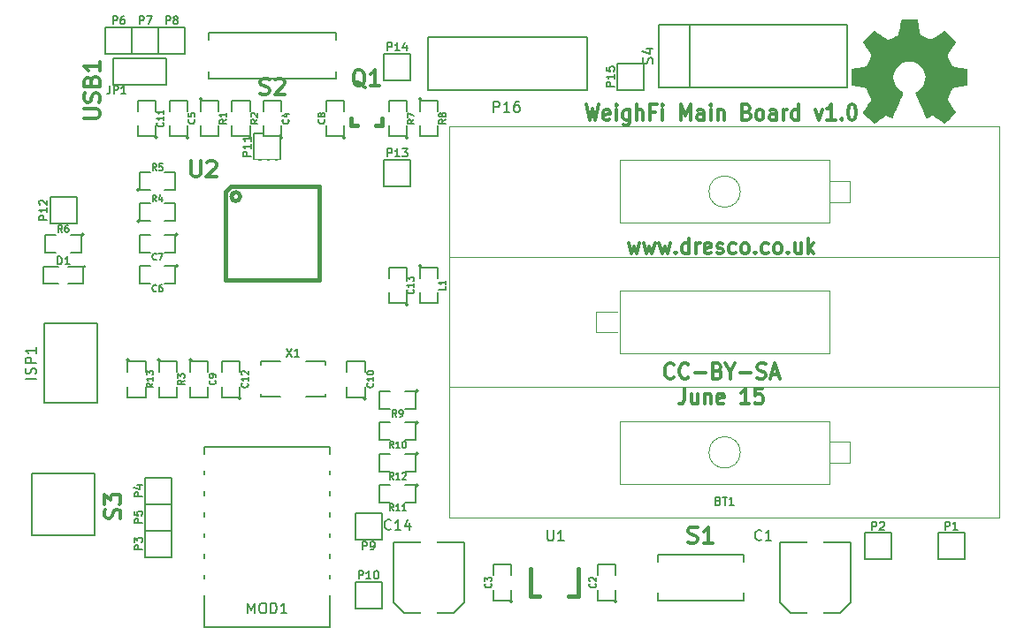
<source format=gto>
%FSLAX34Y34*%
G04 Gerber Fmt 3.4, Leading zero omitted, Abs format*
G04 (created by PCBNEW (2014-jan-25)-product) date Sat 06 Jun 2015 15:54:02 BST*
%MOIN*%
G01*
G70*
G90*
G04 APERTURE LIST*
%ADD10C,0.005906*%
%ADD11C,0.011811*%
%ADD12C,0.003900*%
%ADD13C,0.005000*%
%ADD14C,0.005100*%
%ADD15C,0.008000*%
%ADD16C,0.006000*%
%ADD17C,0.015000*%
%ADD18C,0.000100*%
%ADD19C,0.012000*%
%ADD20R,0.060000X0.060000*%
%ADD21C,0.060000*%
%ADD22R,0.062992X0.125984*%
%ADD23R,0.059100X0.051200*%
%ADD24R,0.051200X0.059100*%
%ADD25R,0.047200X0.047200*%
%ADD26R,0.078740X0.059055*%
%ADD27R,0.039400X0.059100*%
%ADD28C,0.051200*%
%ADD29C,0.078700*%
%ADD30R,0.047200X0.078700*%
%ADD31C,0.059055*%
%ADD32C,0.037402*%
%ADD33R,0.035400X0.055100*%
%ADD34R,0.078700X0.082700*%
%ADD35R,0.019700X0.078700*%
%ADD36R,0.078700X0.019700*%
%ADD37O,0.043300X0.070900*%
%ADD38O,0.043300X0.086600*%
%ADD39R,0.059100X0.017700*%
%ADD40R,0.094500X0.102400*%
G04 APERTURE END LIST*
G54D10*
G54D11*
X31115Y-40424D02*
X31246Y-41015D01*
X31351Y-40593D01*
X31456Y-41015D01*
X31587Y-40424D01*
X32007Y-40987D02*
X31955Y-41015D01*
X31850Y-41015D01*
X31797Y-40987D01*
X31771Y-40930D01*
X31771Y-40705D01*
X31797Y-40649D01*
X31850Y-40621D01*
X31955Y-40621D01*
X32007Y-40649D01*
X32034Y-40705D01*
X32034Y-40762D01*
X31771Y-40818D01*
X32270Y-41015D02*
X32270Y-40621D01*
X32270Y-40424D02*
X32244Y-40452D01*
X32270Y-40480D01*
X32296Y-40452D01*
X32270Y-40424D01*
X32270Y-40480D01*
X32769Y-40621D02*
X32769Y-41099D01*
X32742Y-41155D01*
X32716Y-41183D01*
X32664Y-41212D01*
X32585Y-41212D01*
X32532Y-41183D01*
X32769Y-40987D02*
X32716Y-41015D01*
X32611Y-41015D01*
X32559Y-40987D01*
X32532Y-40958D01*
X32506Y-40902D01*
X32506Y-40733D01*
X32532Y-40677D01*
X32559Y-40649D01*
X32611Y-40621D01*
X32716Y-40621D01*
X32769Y-40649D01*
X33031Y-41015D02*
X33031Y-40424D01*
X33267Y-41015D02*
X33267Y-40705D01*
X33241Y-40649D01*
X33188Y-40621D01*
X33110Y-40621D01*
X33057Y-40649D01*
X33031Y-40677D01*
X33713Y-40705D02*
X33530Y-40705D01*
X33530Y-41015D02*
X33530Y-40424D01*
X33792Y-40424D01*
X34002Y-41015D02*
X34002Y-40621D01*
X34002Y-40424D02*
X33976Y-40452D01*
X34002Y-40480D01*
X34028Y-40452D01*
X34002Y-40424D01*
X34002Y-40480D01*
X34685Y-41015D02*
X34685Y-40424D01*
X34868Y-40846D01*
X35052Y-40424D01*
X35052Y-41015D01*
X35551Y-41015D02*
X35551Y-40705D01*
X35524Y-40649D01*
X35472Y-40621D01*
X35367Y-40621D01*
X35314Y-40649D01*
X35551Y-40987D02*
X35498Y-41015D01*
X35367Y-41015D01*
X35314Y-40987D01*
X35288Y-40930D01*
X35288Y-40874D01*
X35314Y-40818D01*
X35367Y-40790D01*
X35498Y-40790D01*
X35551Y-40762D01*
X35813Y-41015D02*
X35813Y-40621D01*
X35813Y-40424D02*
X35787Y-40452D01*
X35813Y-40480D01*
X35839Y-40452D01*
X35813Y-40424D01*
X35813Y-40480D01*
X36076Y-40621D02*
X36076Y-41015D01*
X36076Y-40677D02*
X36102Y-40649D01*
X36154Y-40621D01*
X36233Y-40621D01*
X36286Y-40649D01*
X36312Y-40705D01*
X36312Y-41015D01*
X37178Y-40705D02*
X37257Y-40733D01*
X37283Y-40762D01*
X37309Y-40818D01*
X37309Y-40902D01*
X37283Y-40958D01*
X37257Y-40987D01*
X37204Y-41015D01*
X36994Y-41015D01*
X36994Y-40424D01*
X37178Y-40424D01*
X37230Y-40452D01*
X37257Y-40480D01*
X37283Y-40537D01*
X37283Y-40593D01*
X37257Y-40649D01*
X37230Y-40677D01*
X37178Y-40705D01*
X36994Y-40705D01*
X37624Y-41015D02*
X37572Y-40987D01*
X37545Y-40958D01*
X37519Y-40902D01*
X37519Y-40733D01*
X37545Y-40677D01*
X37572Y-40649D01*
X37624Y-40621D01*
X37703Y-40621D01*
X37755Y-40649D01*
X37782Y-40677D01*
X37808Y-40733D01*
X37808Y-40902D01*
X37782Y-40958D01*
X37755Y-40987D01*
X37703Y-41015D01*
X37624Y-41015D01*
X38280Y-41015D02*
X38280Y-40705D01*
X38254Y-40649D01*
X38202Y-40621D01*
X38097Y-40621D01*
X38044Y-40649D01*
X38280Y-40987D02*
X38228Y-41015D01*
X38097Y-41015D01*
X38044Y-40987D01*
X38018Y-40930D01*
X38018Y-40874D01*
X38044Y-40818D01*
X38097Y-40790D01*
X38228Y-40790D01*
X38280Y-40762D01*
X38543Y-41015D02*
X38543Y-40621D01*
X38543Y-40733D02*
X38569Y-40677D01*
X38595Y-40649D01*
X38648Y-40621D01*
X38700Y-40621D01*
X39120Y-41015D02*
X39120Y-40424D01*
X39120Y-40987D02*
X39068Y-41015D01*
X38963Y-41015D01*
X38910Y-40987D01*
X38884Y-40958D01*
X38858Y-40902D01*
X38858Y-40733D01*
X38884Y-40677D01*
X38910Y-40649D01*
X38963Y-40621D01*
X39068Y-40621D01*
X39120Y-40649D01*
X39750Y-40621D02*
X39881Y-41015D01*
X40013Y-40621D01*
X40511Y-41015D02*
X40196Y-41015D01*
X40354Y-41015D02*
X40354Y-40424D01*
X40301Y-40508D01*
X40249Y-40565D01*
X40196Y-40593D01*
X40748Y-40958D02*
X40774Y-40987D01*
X40748Y-41015D01*
X40721Y-40987D01*
X40748Y-40958D01*
X40748Y-41015D01*
X41115Y-40424D02*
X41167Y-40424D01*
X41220Y-40452D01*
X41246Y-40480D01*
X41272Y-40537D01*
X41299Y-40649D01*
X41299Y-40790D01*
X41272Y-40902D01*
X41246Y-40958D01*
X41220Y-40987D01*
X41167Y-41015D01*
X41115Y-41015D01*
X41062Y-40987D01*
X41036Y-40958D01*
X41010Y-40902D01*
X40984Y-40790D01*
X40984Y-40649D01*
X41010Y-40537D01*
X41036Y-40480D01*
X41062Y-40452D01*
X41115Y-40424D01*
X32716Y-45660D02*
X32821Y-46054D01*
X32926Y-45773D01*
X33031Y-46054D01*
X33136Y-45660D01*
X33293Y-45660D02*
X33398Y-46054D01*
X33503Y-45773D01*
X33608Y-46054D01*
X33713Y-45660D01*
X33871Y-45660D02*
X33976Y-46054D01*
X34081Y-45773D01*
X34186Y-46054D01*
X34291Y-45660D01*
X34501Y-45998D02*
X34527Y-46026D01*
X34501Y-46054D01*
X34475Y-46026D01*
X34501Y-45998D01*
X34501Y-46054D01*
X35000Y-46054D02*
X35000Y-45464D01*
X35000Y-46026D02*
X34947Y-46054D01*
X34842Y-46054D01*
X34790Y-46026D01*
X34763Y-45998D01*
X34737Y-45942D01*
X34737Y-45773D01*
X34763Y-45717D01*
X34790Y-45688D01*
X34842Y-45660D01*
X34947Y-45660D01*
X35000Y-45688D01*
X35262Y-46054D02*
X35262Y-45660D01*
X35262Y-45773D02*
X35288Y-45717D01*
X35314Y-45688D01*
X35367Y-45660D01*
X35419Y-45660D01*
X35813Y-46026D02*
X35761Y-46054D01*
X35656Y-46054D01*
X35603Y-46026D01*
X35577Y-45970D01*
X35577Y-45745D01*
X35603Y-45688D01*
X35656Y-45660D01*
X35761Y-45660D01*
X35813Y-45688D01*
X35839Y-45745D01*
X35839Y-45801D01*
X35577Y-45857D01*
X36049Y-46026D02*
X36102Y-46054D01*
X36207Y-46054D01*
X36259Y-46026D01*
X36286Y-45970D01*
X36286Y-45942D01*
X36259Y-45885D01*
X36207Y-45857D01*
X36128Y-45857D01*
X36076Y-45829D01*
X36049Y-45773D01*
X36049Y-45745D01*
X36076Y-45688D01*
X36128Y-45660D01*
X36207Y-45660D01*
X36259Y-45688D01*
X36758Y-46026D02*
X36706Y-46054D01*
X36601Y-46054D01*
X36548Y-46026D01*
X36522Y-45998D01*
X36496Y-45942D01*
X36496Y-45773D01*
X36522Y-45717D01*
X36548Y-45688D01*
X36601Y-45660D01*
X36706Y-45660D01*
X36758Y-45688D01*
X37073Y-46054D02*
X37020Y-46026D01*
X36994Y-45998D01*
X36968Y-45942D01*
X36968Y-45773D01*
X36994Y-45717D01*
X37020Y-45688D01*
X37073Y-45660D01*
X37152Y-45660D01*
X37204Y-45688D01*
X37230Y-45717D01*
X37257Y-45773D01*
X37257Y-45942D01*
X37230Y-45998D01*
X37204Y-46026D01*
X37152Y-46054D01*
X37073Y-46054D01*
X37493Y-45998D02*
X37519Y-46026D01*
X37493Y-46054D01*
X37467Y-46026D01*
X37493Y-45998D01*
X37493Y-46054D01*
X37992Y-46026D02*
X37939Y-46054D01*
X37834Y-46054D01*
X37782Y-46026D01*
X37755Y-45998D01*
X37729Y-45942D01*
X37729Y-45773D01*
X37755Y-45717D01*
X37782Y-45688D01*
X37834Y-45660D01*
X37939Y-45660D01*
X37992Y-45688D01*
X38307Y-46054D02*
X38254Y-46026D01*
X38228Y-45998D01*
X38202Y-45942D01*
X38202Y-45773D01*
X38228Y-45717D01*
X38254Y-45688D01*
X38307Y-45660D01*
X38385Y-45660D01*
X38438Y-45688D01*
X38464Y-45717D01*
X38490Y-45773D01*
X38490Y-45942D01*
X38464Y-45998D01*
X38438Y-46026D01*
X38385Y-46054D01*
X38307Y-46054D01*
X38727Y-45998D02*
X38753Y-46026D01*
X38727Y-46054D01*
X38700Y-46026D01*
X38727Y-45998D01*
X38727Y-46054D01*
X39225Y-45660D02*
X39225Y-46054D01*
X38989Y-45660D02*
X38989Y-45970D01*
X39015Y-46026D01*
X39068Y-46054D01*
X39146Y-46054D01*
X39199Y-46026D01*
X39225Y-45998D01*
X39488Y-46054D02*
X39488Y-45464D01*
X39540Y-45829D02*
X39698Y-46054D01*
X39698Y-45660D02*
X39488Y-45885D01*
X34422Y-50722D02*
X34396Y-50750D01*
X34317Y-50778D01*
X34265Y-50778D01*
X34186Y-50750D01*
X34133Y-50694D01*
X34107Y-50638D01*
X34081Y-50525D01*
X34081Y-50441D01*
X34107Y-50329D01*
X34133Y-50272D01*
X34186Y-50216D01*
X34265Y-50188D01*
X34317Y-50188D01*
X34396Y-50216D01*
X34422Y-50244D01*
X34973Y-50722D02*
X34947Y-50750D01*
X34868Y-50778D01*
X34816Y-50778D01*
X34737Y-50750D01*
X34685Y-50694D01*
X34658Y-50638D01*
X34632Y-50525D01*
X34632Y-50441D01*
X34658Y-50329D01*
X34685Y-50272D01*
X34737Y-50216D01*
X34816Y-50188D01*
X34868Y-50188D01*
X34947Y-50216D01*
X34973Y-50244D01*
X35209Y-50553D02*
X35629Y-50553D01*
X36076Y-50469D02*
X36154Y-50497D01*
X36181Y-50525D01*
X36207Y-50582D01*
X36207Y-50666D01*
X36181Y-50722D01*
X36154Y-50750D01*
X36102Y-50778D01*
X35892Y-50778D01*
X35892Y-50188D01*
X36076Y-50188D01*
X36128Y-50216D01*
X36154Y-50244D01*
X36181Y-50300D01*
X36181Y-50357D01*
X36154Y-50413D01*
X36128Y-50441D01*
X36076Y-50469D01*
X35892Y-50469D01*
X36548Y-50497D02*
X36548Y-50778D01*
X36364Y-50188D02*
X36548Y-50497D01*
X36732Y-50188D01*
X36916Y-50553D02*
X37335Y-50553D01*
X37572Y-50750D02*
X37650Y-50778D01*
X37782Y-50778D01*
X37834Y-50750D01*
X37860Y-50722D01*
X37887Y-50666D01*
X37887Y-50610D01*
X37860Y-50553D01*
X37834Y-50525D01*
X37782Y-50497D01*
X37677Y-50469D01*
X37624Y-50441D01*
X37598Y-50413D01*
X37572Y-50357D01*
X37572Y-50300D01*
X37598Y-50244D01*
X37624Y-50216D01*
X37677Y-50188D01*
X37808Y-50188D01*
X37887Y-50216D01*
X38097Y-50610D02*
X38359Y-50610D01*
X38044Y-50778D02*
X38228Y-50188D01*
X38412Y-50778D01*
X34829Y-51133D02*
X34829Y-51555D01*
X34803Y-51639D01*
X34750Y-51695D01*
X34671Y-51723D01*
X34619Y-51723D01*
X35328Y-51330D02*
X35328Y-51723D01*
X35091Y-51330D02*
X35091Y-51639D01*
X35118Y-51695D01*
X35170Y-51723D01*
X35249Y-51723D01*
X35301Y-51695D01*
X35328Y-51667D01*
X35590Y-51330D02*
X35590Y-51723D01*
X35590Y-51386D02*
X35616Y-51358D01*
X35669Y-51330D01*
X35748Y-51330D01*
X35800Y-51358D01*
X35826Y-51414D01*
X35826Y-51723D01*
X36299Y-51695D02*
X36246Y-51723D01*
X36141Y-51723D01*
X36089Y-51695D01*
X36062Y-51639D01*
X36062Y-51414D01*
X36089Y-51358D01*
X36141Y-51330D01*
X36246Y-51330D01*
X36299Y-51358D01*
X36325Y-51414D01*
X36325Y-51470D01*
X36062Y-51526D01*
X37270Y-51723D02*
X36955Y-51723D01*
X37112Y-51723D02*
X37112Y-51133D01*
X37060Y-51217D01*
X37007Y-51273D01*
X36955Y-51302D01*
X37769Y-51133D02*
X37506Y-51133D01*
X37480Y-51414D01*
X37506Y-51386D01*
X37559Y-51358D01*
X37690Y-51358D01*
X37742Y-51386D01*
X37769Y-51414D01*
X37795Y-51470D01*
X37795Y-51611D01*
X37769Y-51667D01*
X37742Y-51695D01*
X37690Y-51723D01*
X37559Y-51723D01*
X37506Y-51695D01*
X37480Y-51667D01*
G54D12*
X36931Y-43708D02*
G75*
G03X36931Y-43708I-591J0D01*
G74*
G01*
X36931Y-53551D02*
G75*
G03X36931Y-53551I-591J0D01*
G74*
G01*
X40277Y-43315D02*
X41064Y-43315D01*
X41064Y-43315D02*
X41064Y-44102D01*
X41064Y-44102D02*
X40277Y-44102D01*
X32285Y-48235D02*
X31498Y-48235D01*
X31498Y-48235D02*
X31498Y-49023D01*
X31498Y-49023D02*
X32285Y-49023D01*
X40277Y-53157D02*
X41064Y-53157D01*
X41064Y-53157D02*
X41064Y-53944D01*
X41064Y-53944D02*
X40277Y-53944D01*
X40277Y-52369D02*
X40277Y-54732D01*
X40277Y-54732D02*
X32403Y-54732D01*
X32403Y-54732D02*
X32403Y-52369D01*
X32403Y-52369D02*
X40277Y-52369D01*
X32403Y-47448D02*
X40277Y-47448D01*
X40277Y-47448D02*
X40277Y-49810D01*
X40277Y-49810D02*
X32403Y-49810D01*
X32403Y-49810D02*
X32403Y-47448D01*
X32403Y-42527D02*
X40277Y-42527D01*
X40277Y-42527D02*
X40277Y-44890D01*
X40277Y-44890D02*
X32403Y-44890D01*
X32403Y-44890D02*
X32403Y-42527D01*
X25944Y-51085D02*
X46692Y-51085D01*
X25944Y-46163D02*
X46692Y-46163D01*
X25944Y-56010D02*
X25944Y-41242D01*
X46692Y-41242D02*
X46692Y-56010D01*
X25944Y-56010D02*
X46692Y-56010D01*
X25944Y-41242D02*
X46692Y-41242D01*
G54D10*
X40708Y-59606D02*
X41102Y-59212D01*
X38425Y-56929D02*
X41102Y-56929D01*
X41102Y-56929D02*
X41102Y-59212D01*
X40708Y-59606D02*
X38818Y-59606D01*
X38818Y-59606D02*
X38425Y-59212D01*
X38425Y-59212D02*
X38425Y-56929D01*
G54D13*
X32278Y-59192D02*
G75*
G03X32278Y-59192I-50J0D01*
G74*
G01*
X32228Y-58742D02*
X32228Y-59142D01*
X32228Y-59142D02*
X31550Y-59142D01*
X31550Y-59143D02*
X31550Y-58743D01*
X31550Y-58186D02*
X31550Y-57786D01*
X31550Y-57786D02*
X32228Y-57786D01*
X32228Y-57785D02*
X32228Y-58185D01*
X28341Y-59192D02*
G75*
G03X28341Y-59192I-50J0D01*
G74*
G01*
X28291Y-58742D02*
X28291Y-59142D01*
X28291Y-59142D02*
X27613Y-59142D01*
X27613Y-59143D02*
X27613Y-58743D01*
X27613Y-58186D02*
X27613Y-57786D01*
X27613Y-57786D02*
X28291Y-57786D01*
X28291Y-57785D02*
X28291Y-58185D01*
X19680Y-41672D02*
G75*
G03X19680Y-41672I-50J0D01*
G74*
G01*
X19630Y-41222D02*
X19630Y-41622D01*
X19630Y-41622D02*
X18952Y-41622D01*
X18952Y-41623D02*
X18952Y-41223D01*
X18952Y-40666D02*
X18952Y-40266D01*
X18952Y-40266D02*
X19630Y-40266D01*
X19630Y-40265D02*
X19630Y-40665D01*
X16137Y-41672D02*
G75*
G03X16137Y-41672I-50J0D01*
G74*
G01*
X16087Y-41222D02*
X16087Y-41622D01*
X16087Y-41622D02*
X15409Y-41622D01*
X15409Y-41623D02*
X15409Y-41223D01*
X15409Y-40666D02*
X15409Y-40266D01*
X15409Y-40266D02*
X16087Y-40266D01*
X16087Y-40265D02*
X16087Y-40665D01*
X15738Y-46511D02*
G75*
G03X15738Y-46511I-50J0D01*
G74*
G01*
X15238Y-46511D02*
X15638Y-46511D01*
X15638Y-46511D02*
X15638Y-47189D01*
X15639Y-47189D02*
X15239Y-47189D01*
X14682Y-47189D02*
X14282Y-47189D01*
X14282Y-47189D02*
X14282Y-46511D01*
X14281Y-46511D02*
X14681Y-46511D01*
X15738Y-45330D02*
G75*
G03X15738Y-45330I-50J0D01*
G74*
G01*
X15238Y-45330D02*
X15638Y-45330D01*
X15638Y-45330D02*
X15638Y-46008D01*
X15639Y-46008D02*
X15239Y-46008D01*
X14682Y-46008D02*
X14282Y-46008D01*
X14282Y-46008D02*
X14282Y-45330D01*
X14281Y-45330D02*
X14681Y-45330D01*
X22042Y-41672D02*
G75*
G03X22042Y-41672I-50J0D01*
G74*
G01*
X21992Y-41222D02*
X21992Y-41622D01*
X21992Y-41622D02*
X21314Y-41622D01*
X21314Y-41623D02*
X21314Y-41223D01*
X21314Y-40666D02*
X21314Y-40266D01*
X21314Y-40266D02*
X21992Y-40266D01*
X21992Y-40265D02*
X21992Y-40665D01*
X16246Y-50059D02*
G75*
G03X16246Y-50059I-50J0D01*
G74*
G01*
X16196Y-50509D02*
X16196Y-50109D01*
X16196Y-50109D02*
X16874Y-50109D01*
X16874Y-50108D02*
X16874Y-50508D01*
X16874Y-51065D02*
X16874Y-51465D01*
X16874Y-51465D02*
X16196Y-51465D01*
X16196Y-51466D02*
X16196Y-51066D01*
X22829Y-51515D02*
G75*
G03X22829Y-51515I-50J0D01*
G74*
G01*
X22779Y-51065D02*
X22779Y-51465D01*
X22779Y-51465D02*
X22101Y-51465D01*
X22101Y-51466D02*
X22101Y-51066D01*
X22101Y-50509D02*
X22101Y-50109D01*
X22101Y-50109D02*
X22779Y-50109D01*
X22779Y-50108D02*
X22779Y-50508D01*
X14955Y-41672D02*
G75*
G03X14955Y-41672I-50J0D01*
G74*
G01*
X14905Y-41222D02*
X14905Y-41622D01*
X14905Y-41622D02*
X14227Y-41622D01*
X14227Y-41623D02*
X14227Y-41223D01*
X14227Y-40666D02*
X14227Y-40266D01*
X14227Y-40266D02*
X14905Y-40266D01*
X14905Y-40265D02*
X14905Y-40665D01*
X18105Y-51515D02*
G75*
G03X18105Y-51515I-50J0D01*
G74*
G01*
X18055Y-51065D02*
X18055Y-51465D01*
X18055Y-51465D02*
X17377Y-51465D01*
X17377Y-51466D02*
X17377Y-51066D01*
X17377Y-50509D02*
X17377Y-50109D01*
X17377Y-50109D02*
X18055Y-50109D01*
X18055Y-50108D02*
X18055Y-50508D01*
X24404Y-47972D02*
G75*
G03X24404Y-47972I-50J0D01*
G74*
G01*
X24354Y-47522D02*
X24354Y-47922D01*
X24354Y-47922D02*
X23676Y-47922D01*
X23676Y-47923D02*
X23676Y-47523D01*
X23676Y-46966D02*
X23676Y-46566D01*
X23676Y-46566D02*
X24354Y-46566D01*
X24354Y-46565D02*
X24354Y-46965D01*
G54D12*
X12253Y-46535D02*
G75*
G03X12253Y-46535I-40J0D01*
G74*
G01*
G54D14*
X11594Y-47165D02*
X12165Y-47165D01*
X11594Y-46535D02*
X12165Y-46535D01*
X10669Y-46535D02*
X10669Y-47165D01*
X10669Y-47165D02*
X11220Y-47165D01*
X10669Y-46535D02*
X11220Y-46535D01*
X12165Y-47165D02*
X12165Y-46535D01*
G54D15*
X12704Y-48681D02*
X12704Y-51681D01*
X10704Y-51681D02*
X10704Y-48681D01*
X10704Y-48681D02*
X12704Y-48681D01*
X12704Y-51681D02*
X10704Y-51681D01*
G54D16*
X13279Y-39673D02*
X13279Y-38673D01*
X13279Y-38673D02*
X15279Y-38673D01*
X15279Y-38673D02*
X15279Y-39673D01*
X15279Y-39673D02*
X13279Y-39673D01*
G54D13*
X24907Y-46516D02*
G75*
G03X24907Y-46516I-50J0D01*
G74*
G01*
X24857Y-46966D02*
X24857Y-46566D01*
X24857Y-46566D02*
X25535Y-46566D01*
X25535Y-46565D02*
X25535Y-46965D01*
X25535Y-47522D02*
X25535Y-47922D01*
X25535Y-47922D02*
X24857Y-47922D01*
X24857Y-47923D02*
X24857Y-47523D01*
G54D10*
X16732Y-60137D02*
X21456Y-60137D01*
X21456Y-60137D02*
X21456Y-53346D01*
X21456Y-53346D02*
X16732Y-53346D01*
X16732Y-53346D02*
X16732Y-60137D01*
G54D16*
X44381Y-57586D02*
X44381Y-56586D01*
X44381Y-56586D02*
X45381Y-56586D01*
X45381Y-56586D02*
X45381Y-57586D01*
X45381Y-57586D02*
X44381Y-57586D01*
X41625Y-57586D02*
X41625Y-56586D01*
X41625Y-56586D02*
X42625Y-56586D01*
X42625Y-56586D02*
X42625Y-57586D01*
X42625Y-57586D02*
X41625Y-57586D01*
X15500Y-57500D02*
X14500Y-57500D01*
X14500Y-57500D02*
X14500Y-56500D01*
X14500Y-56500D02*
X15500Y-56500D01*
X15500Y-56500D02*
X15500Y-57500D01*
X15500Y-55500D02*
X14500Y-55500D01*
X14500Y-55500D02*
X14500Y-54500D01*
X14500Y-54500D02*
X15500Y-54500D01*
X15500Y-54500D02*
X15500Y-55500D01*
X15500Y-56500D02*
X14500Y-56500D01*
X14500Y-56500D02*
X14500Y-55500D01*
X14500Y-55500D02*
X15500Y-55500D01*
X15500Y-55500D02*
X15500Y-56500D01*
X13000Y-38500D02*
X13000Y-37500D01*
X13000Y-37500D02*
X14000Y-37500D01*
X14000Y-37500D02*
X14000Y-38500D01*
X14000Y-38500D02*
X13000Y-38500D01*
X14000Y-38500D02*
X14000Y-37500D01*
X14000Y-37500D02*
X15000Y-37500D01*
X15000Y-37500D02*
X15000Y-38500D01*
X15000Y-38500D02*
X14000Y-38500D01*
X15000Y-38500D02*
X15000Y-37500D01*
X15000Y-37500D02*
X16000Y-37500D01*
X16000Y-37500D02*
X16000Y-38500D01*
X16000Y-38500D02*
X15000Y-38500D01*
X23413Y-55838D02*
X23413Y-56838D01*
X23413Y-56838D02*
X22413Y-56838D01*
X22413Y-56838D02*
X22413Y-55838D01*
X22413Y-55838D02*
X23413Y-55838D01*
X22413Y-59437D02*
X22413Y-58437D01*
X22413Y-58437D02*
X23413Y-58437D01*
X23413Y-58437D02*
X23413Y-59437D01*
X23413Y-59437D02*
X22413Y-59437D01*
X19594Y-42507D02*
X18594Y-42507D01*
X18594Y-42507D02*
X18594Y-41507D01*
X18594Y-41507D02*
X19594Y-41507D01*
X19594Y-41507D02*
X19594Y-42507D01*
X11917Y-44909D02*
X10917Y-44909D01*
X10917Y-44909D02*
X10917Y-43909D01*
X10917Y-43909D02*
X11917Y-43909D01*
X11917Y-43909D02*
X11917Y-44909D01*
X23500Y-43500D02*
X23500Y-42500D01*
X23500Y-42500D02*
X24500Y-42500D01*
X24500Y-42500D02*
X24500Y-43500D01*
X24500Y-43500D02*
X23500Y-43500D01*
X23500Y-39500D02*
X23500Y-38500D01*
X23500Y-38500D02*
X24500Y-38500D01*
X24500Y-38500D02*
X24500Y-39500D01*
X24500Y-39500D02*
X23500Y-39500D01*
X33295Y-39870D02*
X32295Y-39870D01*
X32295Y-39870D02*
X32295Y-38870D01*
X32295Y-38870D02*
X33295Y-38870D01*
X33295Y-38870D02*
X33295Y-39870D01*
G54D15*
X31165Y-39870D02*
X25165Y-39870D01*
X25165Y-37870D02*
X31165Y-37870D01*
X31165Y-37870D02*
X31165Y-39870D01*
X25165Y-39870D02*
X25165Y-37870D01*
G54D17*
X23188Y-41220D02*
X23425Y-41220D01*
X23425Y-41220D02*
X23425Y-40944D01*
X22243Y-40944D02*
X22243Y-41220D01*
X22243Y-41220D02*
X22480Y-41220D01*
G54D13*
X16640Y-40216D02*
G75*
G03X16640Y-40216I-50J0D01*
G74*
G01*
X16590Y-40666D02*
X16590Y-40266D01*
X16590Y-40266D02*
X17268Y-40266D01*
X17268Y-40265D02*
X17268Y-40665D01*
X17268Y-41222D02*
X17268Y-41622D01*
X17268Y-41622D02*
X16590Y-41622D01*
X16590Y-41623D02*
X16590Y-41223D01*
X18499Y-41672D02*
G75*
G03X18499Y-41672I-50J0D01*
G74*
G01*
X18449Y-41222D02*
X18449Y-41622D01*
X18449Y-41622D02*
X17771Y-41622D01*
X17771Y-41623D02*
X17771Y-41223D01*
X17771Y-40666D02*
X17771Y-40266D01*
X17771Y-40266D02*
X18449Y-40266D01*
X18449Y-40265D02*
X18449Y-40665D01*
X15065Y-50059D02*
G75*
G03X15065Y-50059I-50J0D01*
G74*
G01*
X15015Y-50509D02*
X15015Y-50109D01*
X15015Y-50109D02*
X15693Y-50109D01*
X15693Y-50108D02*
X15693Y-50508D01*
X15693Y-51065D02*
X15693Y-51465D01*
X15693Y-51465D02*
X15015Y-51465D01*
X15015Y-51466D02*
X15015Y-51066D01*
X14282Y-44827D02*
G75*
G03X14282Y-44827I-50J0D01*
G74*
G01*
X14682Y-44827D02*
X14282Y-44827D01*
X14282Y-44827D02*
X14282Y-44149D01*
X14281Y-44149D02*
X14681Y-44149D01*
X15238Y-44149D02*
X15638Y-44149D01*
X15638Y-44149D02*
X15638Y-44827D01*
X15639Y-44827D02*
X15239Y-44827D01*
X14282Y-43646D02*
G75*
G03X14282Y-43646I-50J0D01*
G74*
G01*
X14682Y-43646D02*
X14282Y-43646D01*
X14282Y-43646D02*
X14282Y-42968D01*
X14281Y-42968D02*
X14681Y-42968D01*
X15238Y-42968D02*
X15638Y-42968D01*
X15638Y-42968D02*
X15638Y-43646D01*
X15639Y-43646D02*
X15239Y-43646D01*
X12195Y-45330D02*
G75*
G03X12195Y-45330I-50J0D01*
G74*
G01*
X11695Y-45330D02*
X12095Y-45330D01*
X12095Y-45330D02*
X12095Y-46008D01*
X12096Y-46008D02*
X11696Y-46008D01*
X11139Y-46008D02*
X10739Y-46008D01*
X10739Y-46008D02*
X10739Y-45330D01*
X10738Y-45330D02*
X11138Y-45330D01*
X24404Y-41672D02*
G75*
G03X24404Y-41672I-50J0D01*
G74*
G01*
X24354Y-41222D02*
X24354Y-41622D01*
X24354Y-41622D02*
X23676Y-41622D01*
X23676Y-41623D02*
X23676Y-41223D01*
X23676Y-40666D02*
X23676Y-40266D01*
X23676Y-40266D02*
X24354Y-40266D01*
X24354Y-40265D02*
X24354Y-40665D01*
X24907Y-40216D02*
G75*
G03X24907Y-40216I-50J0D01*
G74*
G01*
X24857Y-40666D02*
X24857Y-40266D01*
X24857Y-40266D02*
X25535Y-40266D01*
X25535Y-40265D02*
X25535Y-40665D01*
X25535Y-41222D02*
X25535Y-41622D01*
X25535Y-41622D02*
X24857Y-41622D01*
X24857Y-41623D02*
X24857Y-41223D01*
X24793Y-51235D02*
G75*
G03X24793Y-51235I-50J0D01*
G74*
G01*
X24293Y-51235D02*
X24693Y-51235D01*
X24693Y-51235D02*
X24693Y-51913D01*
X24694Y-51913D02*
X24294Y-51913D01*
X23737Y-51913D02*
X23337Y-51913D01*
X23337Y-51913D02*
X23337Y-51235D01*
X23336Y-51235D02*
X23736Y-51235D01*
X24793Y-52416D02*
G75*
G03X24793Y-52416I-50J0D01*
G74*
G01*
X24293Y-52416D02*
X24693Y-52416D01*
X24693Y-52416D02*
X24693Y-53094D01*
X24694Y-53094D02*
X24294Y-53094D01*
X23737Y-53094D02*
X23337Y-53094D01*
X23337Y-53094D02*
X23337Y-52416D01*
X23336Y-52416D02*
X23736Y-52416D01*
X24793Y-54779D02*
G75*
G03X24793Y-54779I-50J0D01*
G74*
G01*
X24293Y-54779D02*
X24693Y-54779D01*
X24693Y-54779D02*
X24693Y-55457D01*
X24694Y-55457D02*
X24294Y-55457D01*
X23737Y-55457D02*
X23337Y-55457D01*
X23337Y-55457D02*
X23337Y-54779D01*
X23336Y-54779D02*
X23736Y-54779D01*
X24793Y-53598D02*
G75*
G03X24793Y-53598I-50J0D01*
G74*
G01*
X24293Y-53598D02*
X24693Y-53598D01*
X24693Y-53598D02*
X24693Y-54276D01*
X24694Y-54276D02*
X24294Y-54276D01*
X23737Y-54276D02*
X23337Y-54276D01*
X23337Y-54276D02*
X23337Y-53598D01*
X23336Y-53598D02*
X23736Y-53598D01*
X13884Y-50059D02*
G75*
G03X13884Y-50059I-50J0D01*
G74*
G01*
X13834Y-50509D02*
X13834Y-50109D01*
X13834Y-50109D02*
X14512Y-50109D01*
X14512Y-50108D02*
X14512Y-50508D01*
X14512Y-51065D02*
X14512Y-51465D01*
X14512Y-51465D02*
X13834Y-51465D01*
X13834Y-51466D02*
X13834Y-51066D01*
X37047Y-57676D02*
X37047Y-57401D01*
X37047Y-57401D02*
X33819Y-57401D01*
X33819Y-57401D02*
X33819Y-57676D01*
X33819Y-58858D02*
X33819Y-59133D01*
X33819Y-59133D02*
X37047Y-59133D01*
X37047Y-59133D02*
X37047Y-58858D01*
X21693Y-37991D02*
X21693Y-37716D01*
X21693Y-37716D02*
X16889Y-37716D01*
X16889Y-37716D02*
X16889Y-37991D01*
X16889Y-39173D02*
X16889Y-39448D01*
X16889Y-39448D02*
X21693Y-39448D01*
X21693Y-39448D02*
X21693Y-39173D01*
X10236Y-56692D02*
X10236Y-54330D01*
X10236Y-54330D02*
X12598Y-54330D01*
X12598Y-54330D02*
X12598Y-56692D01*
X12598Y-56692D02*
X10236Y-56692D01*
G54D10*
X35039Y-37401D02*
X33858Y-37401D01*
X33858Y-37401D02*
X33858Y-39763D01*
X33858Y-39763D02*
X35039Y-39763D01*
X40944Y-37401D02*
X40944Y-39763D01*
X35039Y-37401D02*
X40944Y-37401D01*
X35039Y-37401D02*
X35039Y-39763D01*
X35039Y-39763D02*
X40944Y-39763D01*
G54D17*
X30827Y-58976D02*
X30827Y-57952D01*
X29370Y-58976D02*
X29015Y-58976D01*
X29015Y-58976D02*
X29015Y-57952D01*
X30827Y-58976D02*
X30472Y-58976D01*
X18080Y-43897D02*
G75*
G03X18080Y-43897I-166J0D01*
G74*
G01*
X21063Y-43503D02*
X21063Y-47047D01*
X21063Y-47047D02*
X17519Y-47047D01*
X17519Y-47047D02*
X17519Y-43700D01*
X17519Y-43700D02*
X17716Y-43503D01*
X17716Y-43503D02*
X21063Y-43503D01*
G54D13*
X18858Y-51456D02*
X19606Y-51456D01*
X18858Y-51338D02*
X18858Y-51456D01*
X18858Y-50118D02*
X19606Y-50118D01*
X18858Y-50118D02*
X18858Y-50236D01*
X21298Y-51338D02*
X21298Y-51456D01*
X21298Y-51456D02*
X20550Y-51456D01*
X21298Y-50118D02*
X21298Y-50236D01*
X21298Y-50118D02*
X20550Y-50118D01*
G54D10*
X26141Y-59606D02*
X26535Y-59212D01*
X23858Y-56929D02*
X26535Y-56929D01*
X26535Y-56929D02*
X26535Y-59212D01*
X26141Y-59606D02*
X24251Y-59606D01*
X24251Y-59606D02*
X23858Y-59212D01*
X23858Y-59212D02*
X23858Y-56929D01*
G54D18*
G36*
X41979Y-41141D02*
X42002Y-41129D01*
X42053Y-41097D01*
X42126Y-41049D01*
X42213Y-40991D01*
X42300Y-40932D01*
X42371Y-40884D01*
X42421Y-40852D01*
X42442Y-40841D01*
X42453Y-40845D01*
X42494Y-40865D01*
X42554Y-40896D01*
X42589Y-40914D01*
X42644Y-40937D01*
X42671Y-40942D01*
X42676Y-40935D01*
X42696Y-40893D01*
X42727Y-40821D01*
X42769Y-40726D01*
X42816Y-40615D01*
X42867Y-40495D01*
X42918Y-40373D01*
X42966Y-40256D01*
X43009Y-40151D01*
X43043Y-40066D01*
X43066Y-40007D01*
X43074Y-39981D01*
X43072Y-39976D01*
X43044Y-39949D01*
X42996Y-39913D01*
X42893Y-39829D01*
X42790Y-39701D01*
X42728Y-39556D01*
X42707Y-39395D01*
X42725Y-39245D01*
X42784Y-39101D01*
X42884Y-38972D01*
X43005Y-38876D01*
X43147Y-38815D01*
X43307Y-38796D01*
X43460Y-38813D01*
X43606Y-38871D01*
X43736Y-38969D01*
X43790Y-39032D01*
X43865Y-39163D01*
X43908Y-39303D01*
X43913Y-39339D01*
X43906Y-39493D01*
X43861Y-39640D01*
X43780Y-39772D01*
X43667Y-39880D01*
X43653Y-39891D01*
X43600Y-39930D01*
X43565Y-39957D01*
X43538Y-39979D01*
X43734Y-40451D01*
X43765Y-40526D01*
X43819Y-40655D01*
X43866Y-40766D01*
X43904Y-40854D01*
X43930Y-40913D01*
X43942Y-40937D01*
X43943Y-40938D01*
X43960Y-40941D01*
X43996Y-40928D01*
X44062Y-40896D01*
X44106Y-40874D01*
X44156Y-40850D01*
X44178Y-40841D01*
X44197Y-40851D01*
X44245Y-40882D01*
X44315Y-40929D01*
X44400Y-40987D01*
X44480Y-41041D01*
X44554Y-41090D01*
X44608Y-41124D01*
X44634Y-41138D01*
X44638Y-41138D01*
X44661Y-41125D01*
X44703Y-41090D01*
X44768Y-41029D01*
X44859Y-40939D01*
X44873Y-40926D01*
X44947Y-40850D01*
X45008Y-40786D01*
X45049Y-40741D01*
X45063Y-40720D01*
X45063Y-40720D01*
X45050Y-40694D01*
X45016Y-40641D01*
X44967Y-40566D01*
X44907Y-40478D01*
X44751Y-40251D01*
X44837Y-40037D01*
X44863Y-39972D01*
X44897Y-39892D01*
X44922Y-39835D01*
X44934Y-39810D01*
X44958Y-39802D01*
X45016Y-39788D01*
X45101Y-39770D01*
X45203Y-39751D01*
X45299Y-39734D01*
X45386Y-39717D01*
X45450Y-39705D01*
X45478Y-39699D01*
X45485Y-39695D01*
X45490Y-39682D01*
X45494Y-39652D01*
X45496Y-39599D01*
X45497Y-39515D01*
X45497Y-39395D01*
X45497Y-39382D01*
X45496Y-39266D01*
X45494Y-39175D01*
X45491Y-39114D01*
X45487Y-39091D01*
X45487Y-39090D01*
X45460Y-39084D01*
X45398Y-39071D01*
X45311Y-39054D01*
X45207Y-39034D01*
X45200Y-39033D01*
X45097Y-39013D01*
X45010Y-38995D01*
X44949Y-38981D01*
X44923Y-38973D01*
X44918Y-38965D01*
X44897Y-38925D01*
X44867Y-38861D01*
X44833Y-38782D01*
X44799Y-38701D01*
X44770Y-38628D01*
X44750Y-38573D01*
X44744Y-38548D01*
X44745Y-38548D01*
X44760Y-38523D01*
X44796Y-38469D01*
X44846Y-38394D01*
X44907Y-38306D01*
X44911Y-38300D01*
X44971Y-38212D01*
X45019Y-38138D01*
X45051Y-38085D01*
X45063Y-38061D01*
X45063Y-38060D01*
X45043Y-38034D01*
X44999Y-37984D01*
X44935Y-37917D01*
X44858Y-37840D01*
X44834Y-37816D01*
X44749Y-37733D01*
X44689Y-37678D01*
X44653Y-37649D01*
X44635Y-37643D01*
X44634Y-37643D01*
X44608Y-37659D01*
X44553Y-37695D01*
X44478Y-37746D01*
X44389Y-37807D01*
X44383Y-37811D01*
X44295Y-37870D01*
X44222Y-37920D01*
X44170Y-37954D01*
X44148Y-37968D01*
X44144Y-37968D01*
X44108Y-37957D01*
X44046Y-37935D01*
X43969Y-37906D01*
X43888Y-37873D01*
X43815Y-37842D01*
X43759Y-37817D01*
X43733Y-37802D01*
X43733Y-37801D01*
X43723Y-37770D01*
X43708Y-37704D01*
X43690Y-37614D01*
X43669Y-37507D01*
X43666Y-37489D01*
X43646Y-37385D01*
X43629Y-37299D01*
X43617Y-37239D01*
X43611Y-37215D01*
X43596Y-37211D01*
X43545Y-37207D01*
X43467Y-37205D01*
X43373Y-37204D01*
X43274Y-37205D01*
X43177Y-37207D01*
X43094Y-37210D01*
X43035Y-37214D01*
X43011Y-37219D01*
X43010Y-37220D01*
X43001Y-37253D01*
X42986Y-37318D01*
X42968Y-37409D01*
X42947Y-37517D01*
X42943Y-37536D01*
X42924Y-37640D01*
X42906Y-37725D01*
X42894Y-37784D01*
X42887Y-37807D01*
X42878Y-37812D01*
X42835Y-37831D01*
X42765Y-37860D01*
X42679Y-37895D01*
X42478Y-37976D01*
X42232Y-37807D01*
X42209Y-37792D01*
X42121Y-37732D01*
X42048Y-37683D01*
X41998Y-37651D01*
X41977Y-37639D01*
X41975Y-37640D01*
X41951Y-37661D01*
X41902Y-37707D01*
X41835Y-37772D01*
X41758Y-37849D01*
X41701Y-37906D01*
X41633Y-37975D01*
X41590Y-38021D01*
X41567Y-38051D01*
X41558Y-38069D01*
X41560Y-38081D01*
X41576Y-38106D01*
X41612Y-38160D01*
X41663Y-38235D01*
X41723Y-38322D01*
X41772Y-38394D01*
X41825Y-38477D01*
X41860Y-38536D01*
X41872Y-38565D01*
X41869Y-38577D01*
X41852Y-38625D01*
X41823Y-38698D01*
X41786Y-38784D01*
X41700Y-38979D01*
X41573Y-39004D01*
X41495Y-39018D01*
X41387Y-39039D01*
X41284Y-39059D01*
X41122Y-39090D01*
X41116Y-39684D01*
X41141Y-39695D01*
X41165Y-39701D01*
X41225Y-39715D01*
X41311Y-39732D01*
X41411Y-39751D01*
X41497Y-39767D01*
X41584Y-39783D01*
X41646Y-39795D01*
X41674Y-39801D01*
X41681Y-39810D01*
X41702Y-39852D01*
X41733Y-39919D01*
X41767Y-39999D01*
X41802Y-40082D01*
X41832Y-40159D01*
X41854Y-40217D01*
X41862Y-40248D01*
X41850Y-40270D01*
X41817Y-40321D01*
X41769Y-40394D01*
X41711Y-40480D01*
X41652Y-40566D01*
X41602Y-40639D01*
X41568Y-40692D01*
X41553Y-40716D01*
X41560Y-40733D01*
X41595Y-40774D01*
X41660Y-40842D01*
X41756Y-40937D01*
X41772Y-40952D01*
X41849Y-41026D01*
X41914Y-41086D01*
X41959Y-41126D01*
X41979Y-41141D01*
X41979Y-41141D01*
G37*
G54D16*
X36102Y-55372D02*
X36145Y-55386D01*
X36160Y-55400D01*
X36174Y-55429D01*
X36174Y-55472D01*
X36160Y-55500D01*
X36145Y-55515D01*
X36117Y-55529D01*
X36002Y-55529D01*
X36002Y-55229D01*
X36102Y-55229D01*
X36131Y-55243D01*
X36145Y-55257D01*
X36160Y-55286D01*
X36160Y-55315D01*
X36145Y-55343D01*
X36131Y-55357D01*
X36102Y-55372D01*
X36002Y-55372D01*
X36260Y-55229D02*
X36431Y-55229D01*
X36345Y-55529D02*
X36345Y-55229D01*
X36688Y-55529D02*
X36517Y-55529D01*
X36602Y-55529D02*
X36602Y-55229D01*
X36574Y-55272D01*
X36545Y-55300D01*
X36517Y-55315D01*
G54D10*
X37729Y-56833D02*
X37710Y-56852D01*
X37654Y-56871D01*
X37617Y-56871D01*
X37560Y-56852D01*
X37523Y-56814D01*
X37504Y-56777D01*
X37485Y-56702D01*
X37485Y-56646D01*
X37504Y-56571D01*
X37523Y-56533D01*
X37560Y-56496D01*
X37617Y-56477D01*
X37654Y-56477D01*
X37710Y-56496D01*
X37729Y-56514D01*
X38104Y-56871D02*
X37879Y-56871D01*
X37992Y-56871D02*
X37992Y-56477D01*
X37954Y-56533D01*
X37917Y-56571D01*
X37879Y-56589D01*
G54D13*
X31467Y-58506D02*
X31478Y-58518D01*
X31490Y-58553D01*
X31490Y-58577D01*
X31478Y-58613D01*
X31455Y-58637D01*
X31431Y-58649D01*
X31383Y-58660D01*
X31348Y-58660D01*
X31300Y-58649D01*
X31276Y-58637D01*
X31252Y-58613D01*
X31240Y-58577D01*
X31240Y-58553D01*
X31252Y-58518D01*
X31264Y-58506D01*
X31264Y-58410D02*
X31252Y-58399D01*
X31240Y-58375D01*
X31240Y-58315D01*
X31252Y-58291D01*
X31264Y-58280D01*
X31288Y-58268D01*
X31312Y-58268D01*
X31348Y-58280D01*
X31490Y-58422D01*
X31490Y-58268D01*
X27530Y-58506D02*
X27541Y-58518D01*
X27553Y-58553D01*
X27553Y-58577D01*
X27541Y-58613D01*
X27518Y-58637D01*
X27494Y-58649D01*
X27446Y-58660D01*
X27410Y-58660D01*
X27363Y-58649D01*
X27339Y-58637D01*
X27315Y-58613D01*
X27303Y-58577D01*
X27303Y-58553D01*
X27315Y-58518D01*
X27327Y-58506D01*
X27303Y-58422D02*
X27303Y-58268D01*
X27399Y-58351D01*
X27399Y-58315D01*
X27410Y-58291D01*
X27422Y-58280D01*
X27446Y-58268D01*
X27506Y-58268D01*
X27530Y-58280D01*
X27541Y-58291D01*
X27553Y-58315D01*
X27553Y-58387D01*
X27541Y-58410D01*
X27530Y-58422D01*
X19892Y-40986D02*
X19904Y-40998D01*
X19916Y-41034D01*
X19916Y-41057D01*
X19904Y-41093D01*
X19880Y-41117D01*
X19856Y-41129D01*
X19809Y-41141D01*
X19773Y-41141D01*
X19725Y-41129D01*
X19701Y-41117D01*
X19678Y-41093D01*
X19666Y-41057D01*
X19666Y-41034D01*
X19678Y-40998D01*
X19690Y-40986D01*
X19749Y-40772D02*
X19916Y-40772D01*
X19654Y-40831D02*
X19832Y-40891D01*
X19832Y-40736D01*
X16349Y-40986D02*
X16361Y-40998D01*
X16372Y-41034D01*
X16372Y-41057D01*
X16361Y-41093D01*
X16337Y-41117D01*
X16313Y-41129D01*
X16265Y-41141D01*
X16230Y-41141D01*
X16182Y-41129D01*
X16158Y-41117D01*
X16134Y-41093D01*
X16122Y-41057D01*
X16122Y-41034D01*
X16134Y-40998D01*
X16146Y-40986D01*
X16122Y-40760D02*
X16122Y-40879D01*
X16241Y-40891D01*
X16230Y-40879D01*
X16218Y-40855D01*
X16218Y-40796D01*
X16230Y-40772D01*
X16241Y-40760D01*
X16265Y-40748D01*
X16325Y-40748D01*
X16349Y-40760D01*
X16361Y-40772D01*
X16372Y-40796D01*
X16372Y-40855D01*
X16361Y-40879D01*
X16349Y-40891D01*
X14918Y-47451D02*
X14907Y-47463D01*
X14871Y-47475D01*
X14847Y-47475D01*
X14811Y-47463D01*
X14788Y-47439D01*
X14776Y-47415D01*
X14764Y-47368D01*
X14764Y-47332D01*
X14776Y-47285D01*
X14788Y-47261D01*
X14811Y-47237D01*
X14847Y-47225D01*
X14871Y-47225D01*
X14907Y-47237D01*
X14918Y-47249D01*
X15133Y-47225D02*
X15085Y-47225D01*
X15061Y-47237D01*
X15049Y-47249D01*
X15026Y-47285D01*
X15014Y-47332D01*
X15014Y-47427D01*
X15026Y-47451D01*
X15038Y-47463D01*
X15061Y-47475D01*
X15109Y-47475D01*
X15133Y-47463D01*
X15145Y-47451D01*
X15157Y-47427D01*
X15157Y-47368D01*
X15145Y-47344D01*
X15133Y-47332D01*
X15109Y-47320D01*
X15061Y-47320D01*
X15038Y-47332D01*
X15026Y-47344D01*
X15014Y-47368D01*
X14918Y-46270D02*
X14907Y-46282D01*
X14871Y-46294D01*
X14847Y-46294D01*
X14811Y-46282D01*
X14788Y-46258D01*
X14776Y-46234D01*
X14764Y-46187D01*
X14764Y-46151D01*
X14776Y-46103D01*
X14788Y-46080D01*
X14811Y-46056D01*
X14847Y-46044D01*
X14871Y-46044D01*
X14907Y-46056D01*
X14918Y-46068D01*
X15002Y-46044D02*
X15168Y-46044D01*
X15061Y-46294D01*
X21250Y-40986D02*
X21262Y-40998D01*
X21274Y-41034D01*
X21274Y-41057D01*
X21262Y-41093D01*
X21238Y-41117D01*
X21214Y-41129D01*
X21167Y-41141D01*
X21131Y-41141D01*
X21084Y-41129D01*
X21060Y-41117D01*
X21036Y-41093D01*
X21024Y-41057D01*
X21024Y-41034D01*
X21036Y-40998D01*
X21048Y-40986D01*
X21131Y-40843D02*
X21119Y-40867D01*
X21107Y-40879D01*
X21084Y-40891D01*
X21072Y-40891D01*
X21048Y-40879D01*
X21036Y-40867D01*
X21024Y-40843D01*
X21024Y-40796D01*
X21036Y-40772D01*
X21048Y-40760D01*
X21072Y-40748D01*
X21084Y-40748D01*
X21107Y-40760D01*
X21119Y-40772D01*
X21131Y-40796D01*
X21131Y-40843D01*
X21143Y-40867D01*
X21155Y-40879D01*
X21179Y-40891D01*
X21226Y-40891D01*
X21250Y-40879D01*
X21262Y-40867D01*
X21274Y-40843D01*
X21274Y-40796D01*
X21262Y-40772D01*
X21250Y-40760D01*
X21226Y-40748D01*
X21179Y-40748D01*
X21155Y-40760D01*
X21143Y-40772D01*
X21131Y-40796D01*
X17136Y-50829D02*
X17148Y-50840D01*
X17160Y-50876D01*
X17160Y-50900D01*
X17148Y-50936D01*
X17124Y-50960D01*
X17101Y-50971D01*
X17053Y-50983D01*
X17017Y-50983D01*
X16970Y-50971D01*
X16946Y-50960D01*
X16922Y-50936D01*
X16910Y-50900D01*
X16910Y-50876D01*
X16922Y-50840D01*
X16934Y-50829D01*
X17160Y-50710D02*
X17160Y-50662D01*
X17148Y-50638D01*
X17136Y-50626D01*
X17101Y-50602D01*
X17053Y-50590D01*
X16958Y-50590D01*
X16934Y-50602D01*
X16922Y-50614D01*
X16910Y-50638D01*
X16910Y-50686D01*
X16922Y-50710D01*
X16934Y-50721D01*
X16958Y-50733D01*
X17017Y-50733D01*
X17041Y-50721D01*
X17053Y-50710D01*
X17065Y-50686D01*
X17065Y-50638D01*
X17053Y-50614D01*
X17041Y-50602D01*
X17017Y-50590D01*
X23081Y-50948D02*
X23093Y-50960D01*
X23105Y-50995D01*
X23105Y-51019D01*
X23093Y-51055D01*
X23069Y-51079D01*
X23045Y-51090D01*
X22998Y-51102D01*
X22962Y-51102D01*
X22914Y-51090D01*
X22890Y-51079D01*
X22867Y-51055D01*
X22855Y-51019D01*
X22855Y-50995D01*
X22867Y-50960D01*
X22879Y-50948D01*
X23105Y-50710D02*
X23105Y-50852D01*
X23105Y-50781D02*
X22855Y-50781D01*
X22890Y-50805D01*
X22914Y-50829D01*
X22926Y-50852D01*
X22855Y-50555D02*
X22855Y-50531D01*
X22867Y-50507D01*
X22879Y-50495D01*
X22902Y-50483D01*
X22950Y-50471D01*
X23009Y-50471D01*
X23057Y-50483D01*
X23081Y-50495D01*
X23093Y-50507D01*
X23105Y-50531D01*
X23105Y-50555D01*
X23093Y-50579D01*
X23081Y-50590D01*
X23057Y-50602D01*
X23009Y-50614D01*
X22950Y-50614D01*
X22902Y-50602D01*
X22879Y-50590D01*
X22867Y-50579D01*
X22855Y-50555D01*
X15168Y-41105D02*
X15179Y-41117D01*
X15191Y-41153D01*
X15191Y-41177D01*
X15179Y-41212D01*
X15156Y-41236D01*
X15132Y-41248D01*
X15084Y-41260D01*
X15048Y-41260D01*
X15001Y-41248D01*
X14977Y-41236D01*
X14953Y-41212D01*
X14941Y-41177D01*
X14941Y-41153D01*
X14953Y-41117D01*
X14965Y-41105D01*
X15191Y-40867D02*
X15191Y-41010D01*
X15191Y-40938D02*
X14941Y-40938D01*
X14977Y-40962D01*
X15001Y-40986D01*
X15013Y-41010D01*
X15191Y-40629D02*
X15191Y-40772D01*
X15191Y-40700D02*
X14941Y-40700D01*
X14977Y-40724D01*
X15001Y-40748D01*
X15013Y-40772D01*
X18357Y-50948D02*
X18368Y-50960D01*
X18380Y-50995D01*
X18380Y-51019D01*
X18368Y-51055D01*
X18345Y-51079D01*
X18321Y-51090D01*
X18273Y-51102D01*
X18237Y-51102D01*
X18190Y-51090D01*
X18166Y-51079D01*
X18142Y-51055D01*
X18130Y-51019D01*
X18130Y-50995D01*
X18142Y-50960D01*
X18154Y-50948D01*
X18380Y-50710D02*
X18380Y-50852D01*
X18380Y-50781D02*
X18130Y-50781D01*
X18166Y-50805D01*
X18190Y-50829D01*
X18202Y-50852D01*
X18154Y-50614D02*
X18142Y-50602D01*
X18130Y-50579D01*
X18130Y-50519D01*
X18142Y-50495D01*
X18154Y-50483D01*
X18178Y-50471D01*
X18202Y-50471D01*
X18237Y-50483D01*
X18380Y-50626D01*
X18380Y-50471D01*
X24597Y-47404D02*
X24609Y-47416D01*
X24620Y-47452D01*
X24620Y-47476D01*
X24609Y-47511D01*
X24585Y-47535D01*
X24561Y-47547D01*
X24513Y-47559D01*
X24478Y-47559D01*
X24430Y-47547D01*
X24406Y-47535D01*
X24382Y-47511D01*
X24370Y-47476D01*
X24370Y-47452D01*
X24382Y-47416D01*
X24394Y-47404D01*
X24620Y-47166D02*
X24620Y-47309D01*
X24620Y-47238D02*
X24370Y-47238D01*
X24406Y-47261D01*
X24430Y-47285D01*
X24442Y-47309D01*
X24370Y-47083D02*
X24370Y-46928D01*
X24466Y-47011D01*
X24466Y-46976D01*
X24478Y-46952D01*
X24490Y-46940D01*
X24513Y-46928D01*
X24573Y-46928D01*
X24597Y-46940D01*
X24609Y-46952D01*
X24620Y-46976D01*
X24620Y-47047D01*
X24609Y-47071D01*
X24597Y-47083D01*
X11195Y-46455D02*
X11195Y-46155D01*
X11267Y-46155D01*
X11310Y-46169D01*
X11338Y-46197D01*
X11353Y-46226D01*
X11367Y-46283D01*
X11367Y-46326D01*
X11353Y-46383D01*
X11338Y-46412D01*
X11310Y-46440D01*
X11267Y-46455D01*
X11195Y-46455D01*
X11653Y-46455D02*
X11481Y-46455D01*
X11567Y-46455D02*
X11567Y-46155D01*
X11538Y-46197D01*
X11510Y-46226D01*
X11481Y-46240D01*
G54D15*
X10385Y-50762D02*
X9985Y-50762D01*
X10366Y-50590D02*
X10385Y-50533D01*
X10385Y-50438D01*
X10366Y-50400D01*
X10347Y-50381D01*
X10309Y-50362D01*
X10271Y-50362D01*
X10233Y-50381D01*
X10214Y-50400D01*
X10195Y-50438D01*
X10176Y-50514D01*
X10157Y-50552D01*
X10138Y-50571D01*
X10099Y-50590D01*
X10061Y-50590D01*
X10023Y-50571D01*
X10004Y-50552D01*
X9985Y-50514D01*
X9985Y-50419D01*
X10004Y-50362D01*
X10385Y-50190D02*
X9985Y-50190D01*
X9985Y-50038D01*
X10004Y-50000D01*
X10023Y-49981D01*
X10061Y-49962D01*
X10119Y-49962D01*
X10157Y-49981D01*
X10176Y-50000D01*
X10195Y-50038D01*
X10195Y-50190D01*
X10385Y-49581D02*
X10385Y-49809D01*
X10385Y-49695D02*
X9985Y-49695D01*
X10042Y-49733D01*
X10080Y-49771D01*
X10099Y-49809D01*
G54D16*
X13175Y-39717D02*
X13175Y-39931D01*
X13160Y-39974D01*
X13132Y-40003D01*
X13089Y-40017D01*
X13060Y-40017D01*
X13318Y-40017D02*
X13318Y-39717D01*
X13432Y-39717D01*
X13460Y-39731D01*
X13475Y-39746D01*
X13489Y-39774D01*
X13489Y-39817D01*
X13475Y-39846D01*
X13460Y-39860D01*
X13432Y-39874D01*
X13318Y-39874D01*
X13775Y-40017D02*
X13603Y-40017D01*
X13689Y-40017D02*
X13689Y-39717D01*
X13660Y-39760D01*
X13632Y-39789D01*
X13603Y-39803D01*
G54D13*
X25821Y-47285D02*
X25821Y-47404D01*
X25571Y-47404D01*
X25821Y-47071D02*
X25821Y-47214D01*
X25821Y-47142D02*
X25571Y-47142D01*
X25607Y-47166D01*
X25631Y-47190D01*
X25643Y-47214D01*
G54D10*
X18372Y-59626D02*
X18372Y-59233D01*
X18503Y-59514D01*
X18635Y-59233D01*
X18635Y-59626D01*
X18897Y-59233D02*
X18972Y-59233D01*
X19010Y-59251D01*
X19047Y-59289D01*
X19066Y-59364D01*
X19066Y-59495D01*
X19047Y-59570D01*
X19010Y-59608D01*
X18972Y-59626D01*
X18897Y-59626D01*
X18860Y-59608D01*
X18822Y-59570D01*
X18803Y-59495D01*
X18803Y-59364D01*
X18822Y-59289D01*
X18860Y-59251D01*
X18897Y-59233D01*
X19235Y-59626D02*
X19235Y-59233D01*
X19328Y-59233D01*
X19385Y-59251D01*
X19422Y-59289D01*
X19441Y-59326D01*
X19460Y-59401D01*
X19460Y-59458D01*
X19441Y-59533D01*
X19422Y-59570D01*
X19385Y-59608D01*
X19328Y-59626D01*
X19235Y-59626D01*
X19835Y-59626D02*
X19610Y-59626D01*
X19722Y-59626D02*
X19722Y-59233D01*
X19685Y-59289D01*
X19647Y-59326D01*
X19610Y-59345D01*
G54D16*
X44660Y-56472D02*
X44660Y-56172D01*
X44774Y-56172D01*
X44803Y-56186D01*
X44817Y-56200D01*
X44831Y-56229D01*
X44831Y-56272D01*
X44817Y-56300D01*
X44803Y-56315D01*
X44774Y-56329D01*
X44660Y-56329D01*
X45117Y-56472D02*
X44946Y-56472D01*
X45031Y-56472D02*
X45031Y-56172D01*
X45003Y-56215D01*
X44974Y-56243D01*
X44946Y-56258D01*
X41904Y-56472D02*
X41904Y-56172D01*
X42018Y-56172D01*
X42047Y-56186D01*
X42061Y-56200D01*
X42075Y-56229D01*
X42075Y-56272D01*
X42061Y-56300D01*
X42047Y-56315D01*
X42018Y-56329D01*
X41904Y-56329D01*
X42190Y-56200D02*
X42204Y-56186D01*
X42233Y-56172D01*
X42304Y-56172D01*
X42333Y-56186D01*
X42347Y-56200D01*
X42361Y-56229D01*
X42361Y-56258D01*
X42347Y-56300D01*
X42175Y-56472D01*
X42361Y-56472D01*
X14385Y-57221D02*
X14085Y-57221D01*
X14085Y-57107D01*
X14100Y-57078D01*
X14114Y-57064D01*
X14142Y-57050D01*
X14185Y-57050D01*
X14214Y-57064D01*
X14228Y-57078D01*
X14242Y-57107D01*
X14242Y-57221D01*
X14085Y-56950D02*
X14085Y-56764D01*
X14200Y-56864D01*
X14200Y-56821D01*
X14214Y-56792D01*
X14228Y-56778D01*
X14257Y-56764D01*
X14328Y-56764D01*
X14357Y-56778D01*
X14371Y-56792D01*
X14385Y-56821D01*
X14385Y-56907D01*
X14371Y-56935D01*
X14357Y-56950D01*
X14385Y-55221D02*
X14085Y-55221D01*
X14085Y-55107D01*
X14100Y-55078D01*
X14114Y-55064D01*
X14142Y-55050D01*
X14185Y-55050D01*
X14214Y-55064D01*
X14228Y-55078D01*
X14242Y-55107D01*
X14242Y-55221D01*
X14185Y-54792D02*
X14385Y-54792D01*
X14071Y-54864D02*
X14285Y-54935D01*
X14285Y-54750D01*
X14385Y-56221D02*
X14085Y-56221D01*
X14085Y-56107D01*
X14100Y-56078D01*
X14114Y-56064D01*
X14142Y-56050D01*
X14185Y-56050D01*
X14214Y-56064D01*
X14228Y-56078D01*
X14242Y-56107D01*
X14242Y-56221D01*
X14085Y-55778D02*
X14085Y-55921D01*
X14228Y-55935D01*
X14214Y-55921D01*
X14200Y-55892D01*
X14200Y-55821D01*
X14214Y-55792D01*
X14228Y-55778D01*
X14257Y-55764D01*
X14328Y-55764D01*
X14357Y-55778D01*
X14371Y-55792D01*
X14385Y-55821D01*
X14385Y-55892D01*
X14371Y-55921D01*
X14357Y-55935D01*
X13278Y-37385D02*
X13278Y-37085D01*
X13392Y-37085D01*
X13421Y-37100D01*
X13435Y-37114D01*
X13450Y-37142D01*
X13450Y-37185D01*
X13435Y-37214D01*
X13421Y-37228D01*
X13392Y-37242D01*
X13278Y-37242D01*
X13707Y-37085D02*
X13650Y-37085D01*
X13621Y-37100D01*
X13607Y-37114D01*
X13578Y-37157D01*
X13564Y-37214D01*
X13564Y-37328D01*
X13578Y-37357D01*
X13592Y-37371D01*
X13621Y-37385D01*
X13678Y-37385D01*
X13707Y-37371D01*
X13721Y-37357D01*
X13735Y-37328D01*
X13735Y-37257D01*
X13721Y-37228D01*
X13707Y-37214D01*
X13678Y-37200D01*
X13621Y-37200D01*
X13592Y-37214D01*
X13578Y-37228D01*
X13564Y-37257D01*
X14278Y-37385D02*
X14278Y-37085D01*
X14392Y-37085D01*
X14421Y-37100D01*
X14435Y-37114D01*
X14450Y-37142D01*
X14450Y-37185D01*
X14435Y-37214D01*
X14421Y-37228D01*
X14392Y-37242D01*
X14278Y-37242D01*
X14550Y-37085D02*
X14750Y-37085D01*
X14621Y-37385D01*
X15278Y-37385D02*
X15278Y-37085D01*
X15392Y-37085D01*
X15421Y-37100D01*
X15435Y-37114D01*
X15450Y-37142D01*
X15450Y-37185D01*
X15435Y-37214D01*
X15421Y-37228D01*
X15392Y-37242D01*
X15278Y-37242D01*
X15621Y-37214D02*
X15592Y-37200D01*
X15578Y-37185D01*
X15564Y-37157D01*
X15564Y-37142D01*
X15578Y-37114D01*
X15592Y-37100D01*
X15621Y-37085D01*
X15678Y-37085D01*
X15707Y-37100D01*
X15721Y-37114D01*
X15735Y-37142D01*
X15735Y-37157D01*
X15721Y-37185D01*
X15707Y-37200D01*
X15678Y-37214D01*
X15621Y-37214D01*
X15592Y-37228D01*
X15578Y-37242D01*
X15564Y-37271D01*
X15564Y-37328D01*
X15578Y-37357D01*
X15592Y-37371D01*
X15621Y-37385D01*
X15678Y-37385D01*
X15707Y-37371D01*
X15721Y-37357D01*
X15735Y-37328D01*
X15735Y-37271D01*
X15721Y-37242D01*
X15707Y-37228D01*
X15678Y-37214D01*
X22691Y-57224D02*
X22691Y-56924D01*
X22806Y-56924D01*
X22834Y-56938D01*
X22849Y-56952D01*
X22863Y-56981D01*
X22863Y-57024D01*
X22849Y-57052D01*
X22834Y-57067D01*
X22806Y-57081D01*
X22691Y-57081D01*
X23006Y-57224D02*
X23063Y-57224D01*
X23091Y-57210D01*
X23106Y-57195D01*
X23134Y-57152D01*
X23149Y-57095D01*
X23149Y-56981D01*
X23134Y-56952D01*
X23120Y-56938D01*
X23091Y-56924D01*
X23034Y-56924D01*
X23006Y-56938D01*
X22991Y-56952D01*
X22977Y-56981D01*
X22977Y-57052D01*
X22991Y-57081D01*
X23006Y-57095D01*
X23034Y-57110D01*
X23091Y-57110D01*
X23120Y-57095D01*
X23134Y-57081D01*
X23149Y-57052D01*
X22549Y-58322D02*
X22549Y-58022D01*
X22663Y-58022D01*
X22691Y-58037D01*
X22706Y-58051D01*
X22720Y-58079D01*
X22720Y-58122D01*
X22706Y-58151D01*
X22691Y-58165D01*
X22663Y-58179D01*
X22549Y-58179D01*
X23006Y-58322D02*
X22834Y-58322D01*
X22920Y-58322D02*
X22920Y-58022D01*
X22891Y-58065D01*
X22863Y-58094D01*
X22834Y-58108D01*
X23191Y-58022D02*
X23220Y-58022D01*
X23249Y-58037D01*
X23263Y-58051D01*
X23277Y-58079D01*
X23291Y-58137D01*
X23291Y-58208D01*
X23277Y-58265D01*
X23263Y-58294D01*
X23249Y-58308D01*
X23220Y-58322D01*
X23191Y-58322D01*
X23163Y-58308D01*
X23149Y-58294D01*
X23134Y-58265D01*
X23120Y-58208D01*
X23120Y-58137D01*
X23134Y-58079D01*
X23149Y-58051D01*
X23163Y-58037D01*
X23191Y-58022D01*
X18480Y-42372D02*
X18180Y-42372D01*
X18180Y-42257D01*
X18194Y-42229D01*
X18208Y-42215D01*
X18237Y-42200D01*
X18280Y-42200D01*
X18308Y-42215D01*
X18323Y-42229D01*
X18337Y-42257D01*
X18337Y-42372D01*
X18480Y-41915D02*
X18480Y-42086D01*
X18480Y-42000D02*
X18180Y-42000D01*
X18223Y-42029D01*
X18251Y-42057D01*
X18265Y-42086D01*
X18480Y-41629D02*
X18480Y-41800D01*
X18480Y-41715D02*
X18180Y-41715D01*
X18223Y-41743D01*
X18251Y-41772D01*
X18265Y-41800D01*
X10803Y-44773D02*
X10503Y-44773D01*
X10503Y-44659D01*
X10517Y-44630D01*
X10531Y-44616D01*
X10560Y-44602D01*
X10603Y-44602D01*
X10631Y-44616D01*
X10645Y-44630D01*
X10660Y-44659D01*
X10660Y-44773D01*
X10803Y-44316D02*
X10803Y-44488D01*
X10803Y-44402D02*
X10503Y-44402D01*
X10545Y-44430D01*
X10574Y-44459D01*
X10588Y-44488D01*
X10531Y-44202D02*
X10517Y-44188D01*
X10503Y-44159D01*
X10503Y-44088D01*
X10517Y-44059D01*
X10531Y-44045D01*
X10560Y-44030D01*
X10588Y-44030D01*
X10631Y-44045D01*
X10803Y-44216D01*
X10803Y-44030D01*
X23635Y-42385D02*
X23635Y-42085D01*
X23750Y-42085D01*
X23778Y-42100D01*
X23792Y-42114D01*
X23807Y-42142D01*
X23807Y-42185D01*
X23792Y-42214D01*
X23778Y-42228D01*
X23750Y-42242D01*
X23635Y-42242D01*
X24092Y-42385D02*
X23921Y-42385D01*
X24007Y-42385D02*
X24007Y-42085D01*
X23978Y-42128D01*
X23950Y-42157D01*
X23921Y-42171D01*
X24192Y-42085D02*
X24378Y-42085D01*
X24278Y-42200D01*
X24321Y-42200D01*
X24350Y-42214D01*
X24364Y-42228D01*
X24378Y-42257D01*
X24378Y-42328D01*
X24364Y-42357D01*
X24350Y-42371D01*
X24321Y-42385D01*
X24235Y-42385D01*
X24207Y-42371D01*
X24192Y-42357D01*
X23635Y-38385D02*
X23635Y-38085D01*
X23750Y-38085D01*
X23778Y-38100D01*
X23792Y-38114D01*
X23807Y-38142D01*
X23807Y-38185D01*
X23792Y-38214D01*
X23778Y-38228D01*
X23750Y-38242D01*
X23635Y-38242D01*
X24092Y-38385D02*
X23921Y-38385D01*
X24007Y-38385D02*
X24007Y-38085D01*
X23978Y-38128D01*
X23950Y-38157D01*
X23921Y-38171D01*
X24350Y-38185D02*
X24350Y-38385D01*
X24278Y-38071D02*
X24207Y-38285D01*
X24392Y-38285D01*
X32180Y-39734D02*
X31880Y-39734D01*
X31880Y-39620D01*
X31895Y-39591D01*
X31909Y-39577D01*
X31938Y-39562D01*
X31980Y-39562D01*
X32009Y-39577D01*
X32023Y-39591D01*
X32038Y-39620D01*
X32038Y-39734D01*
X32180Y-39277D02*
X32180Y-39448D01*
X32180Y-39362D02*
X31880Y-39362D01*
X31923Y-39391D01*
X31952Y-39420D01*
X31966Y-39448D01*
X31880Y-39005D02*
X31880Y-39148D01*
X32023Y-39162D01*
X32009Y-39148D01*
X31995Y-39120D01*
X31995Y-39048D01*
X32009Y-39020D01*
X32023Y-39005D01*
X32052Y-38991D01*
X32123Y-38991D01*
X32152Y-39005D01*
X32166Y-39020D01*
X32180Y-39048D01*
X32180Y-39120D01*
X32166Y-39148D01*
X32152Y-39162D01*
G54D15*
X27632Y-40708D02*
X27632Y-40308D01*
X27784Y-40308D01*
X27822Y-40327D01*
X27841Y-40346D01*
X27860Y-40384D01*
X27860Y-40441D01*
X27841Y-40479D01*
X27822Y-40498D01*
X27784Y-40518D01*
X27632Y-40518D01*
X28241Y-40708D02*
X28013Y-40708D01*
X28127Y-40708D02*
X28127Y-40308D01*
X28089Y-40365D01*
X28051Y-40403D01*
X28013Y-40422D01*
X28584Y-40308D02*
X28508Y-40308D01*
X28470Y-40327D01*
X28451Y-40346D01*
X28413Y-40403D01*
X28394Y-40479D01*
X28394Y-40632D01*
X28413Y-40670D01*
X28432Y-40689D01*
X28470Y-40708D01*
X28546Y-40708D01*
X28584Y-40689D01*
X28603Y-40670D01*
X28622Y-40632D01*
X28622Y-40537D01*
X28603Y-40498D01*
X28584Y-40479D01*
X28546Y-40460D01*
X28470Y-40460D01*
X28432Y-40479D01*
X28413Y-40498D01*
X28394Y-40537D01*
G54D19*
X22777Y-39773D02*
X22720Y-39744D01*
X22663Y-39687D01*
X22577Y-39602D01*
X22520Y-39573D01*
X22463Y-39573D01*
X22491Y-39716D02*
X22434Y-39687D01*
X22377Y-39630D01*
X22348Y-39516D01*
X22348Y-39316D01*
X22377Y-39202D01*
X22434Y-39144D01*
X22491Y-39116D01*
X22606Y-39116D01*
X22663Y-39144D01*
X22720Y-39202D01*
X22748Y-39316D01*
X22748Y-39516D01*
X22720Y-39630D01*
X22663Y-39687D01*
X22606Y-39716D01*
X22491Y-39716D01*
X23320Y-39716D02*
X22977Y-39716D01*
X23148Y-39716D02*
X23148Y-39116D01*
X23091Y-39202D01*
X23034Y-39259D01*
X22977Y-39287D01*
G54D13*
X17554Y-40986D02*
X17435Y-41069D01*
X17554Y-41129D02*
X17304Y-41129D01*
X17304Y-41034D01*
X17316Y-41010D01*
X17328Y-40998D01*
X17351Y-40986D01*
X17387Y-40986D01*
X17411Y-40998D01*
X17423Y-41010D01*
X17435Y-41034D01*
X17435Y-41129D01*
X17554Y-40748D02*
X17554Y-40891D01*
X17554Y-40819D02*
X17304Y-40819D01*
X17339Y-40843D01*
X17363Y-40867D01*
X17375Y-40891D01*
X18735Y-40986D02*
X18616Y-41069D01*
X18735Y-41129D02*
X18485Y-41129D01*
X18485Y-41034D01*
X18497Y-41010D01*
X18508Y-40998D01*
X18532Y-40986D01*
X18568Y-40986D01*
X18592Y-40998D01*
X18604Y-41010D01*
X18616Y-41034D01*
X18616Y-41129D01*
X18508Y-40891D02*
X18497Y-40879D01*
X18485Y-40855D01*
X18485Y-40796D01*
X18497Y-40772D01*
X18508Y-40760D01*
X18532Y-40748D01*
X18556Y-40748D01*
X18592Y-40760D01*
X18735Y-40903D01*
X18735Y-40748D01*
X15979Y-50829D02*
X15860Y-50912D01*
X15979Y-50971D02*
X15729Y-50971D01*
X15729Y-50876D01*
X15741Y-50852D01*
X15753Y-50840D01*
X15777Y-50829D01*
X15812Y-50829D01*
X15836Y-50840D01*
X15848Y-50852D01*
X15860Y-50876D01*
X15860Y-50971D01*
X15729Y-50745D02*
X15729Y-50590D01*
X15824Y-50674D01*
X15824Y-50638D01*
X15836Y-50614D01*
X15848Y-50602D01*
X15872Y-50590D01*
X15931Y-50590D01*
X15955Y-50602D01*
X15967Y-50614D01*
X15979Y-50638D01*
X15979Y-50710D01*
X15967Y-50733D01*
X15955Y-50745D01*
X14918Y-44089D02*
X14835Y-43970D01*
X14776Y-44089D02*
X14776Y-43839D01*
X14871Y-43839D01*
X14895Y-43851D01*
X14907Y-43863D01*
X14918Y-43886D01*
X14918Y-43922D01*
X14907Y-43946D01*
X14895Y-43958D01*
X14871Y-43970D01*
X14776Y-43970D01*
X15133Y-43922D02*
X15133Y-44089D01*
X15073Y-43827D02*
X15014Y-44005D01*
X15168Y-44005D01*
X14918Y-42908D02*
X14835Y-42789D01*
X14776Y-42908D02*
X14776Y-42658D01*
X14871Y-42658D01*
X14895Y-42670D01*
X14907Y-42681D01*
X14918Y-42705D01*
X14918Y-42741D01*
X14907Y-42765D01*
X14895Y-42777D01*
X14871Y-42789D01*
X14776Y-42789D01*
X15145Y-42658D02*
X15026Y-42658D01*
X15014Y-42777D01*
X15026Y-42765D01*
X15049Y-42753D01*
X15109Y-42753D01*
X15133Y-42765D01*
X15145Y-42777D01*
X15157Y-42801D01*
X15157Y-42860D01*
X15145Y-42884D01*
X15133Y-42896D01*
X15109Y-42908D01*
X15049Y-42908D01*
X15026Y-42896D01*
X15014Y-42884D01*
X11375Y-45231D02*
X11292Y-45112D01*
X11232Y-45231D02*
X11232Y-44981D01*
X11328Y-44981D01*
X11351Y-44993D01*
X11363Y-45005D01*
X11375Y-45028D01*
X11375Y-45064D01*
X11363Y-45088D01*
X11351Y-45100D01*
X11328Y-45112D01*
X11232Y-45112D01*
X11589Y-44981D02*
X11542Y-44981D01*
X11518Y-44993D01*
X11506Y-45005D01*
X11482Y-45040D01*
X11470Y-45088D01*
X11470Y-45183D01*
X11482Y-45207D01*
X11494Y-45219D01*
X11518Y-45231D01*
X11566Y-45231D01*
X11589Y-45219D01*
X11601Y-45207D01*
X11613Y-45183D01*
X11613Y-45124D01*
X11601Y-45100D01*
X11589Y-45088D01*
X11566Y-45076D01*
X11518Y-45076D01*
X11494Y-45088D01*
X11482Y-45100D01*
X11470Y-45124D01*
X24640Y-40986D02*
X24521Y-41069D01*
X24640Y-41129D02*
X24390Y-41129D01*
X24390Y-41034D01*
X24402Y-41010D01*
X24414Y-40998D01*
X24438Y-40986D01*
X24473Y-40986D01*
X24497Y-40998D01*
X24509Y-41010D01*
X24521Y-41034D01*
X24521Y-41129D01*
X24390Y-40903D02*
X24390Y-40736D01*
X24640Y-40843D01*
X25821Y-40986D02*
X25702Y-41069D01*
X25821Y-41129D02*
X25571Y-41129D01*
X25571Y-41034D01*
X25583Y-41010D01*
X25595Y-40998D01*
X25619Y-40986D01*
X25655Y-40986D01*
X25679Y-40998D01*
X25690Y-41010D01*
X25702Y-41034D01*
X25702Y-41129D01*
X25679Y-40843D02*
X25667Y-40867D01*
X25655Y-40879D01*
X25631Y-40891D01*
X25619Y-40891D01*
X25595Y-40879D01*
X25583Y-40867D01*
X25571Y-40843D01*
X25571Y-40796D01*
X25583Y-40772D01*
X25595Y-40760D01*
X25619Y-40748D01*
X25631Y-40748D01*
X25655Y-40760D01*
X25667Y-40772D01*
X25679Y-40796D01*
X25679Y-40843D01*
X25690Y-40867D01*
X25702Y-40879D01*
X25726Y-40891D01*
X25774Y-40891D01*
X25798Y-40879D01*
X25810Y-40867D01*
X25821Y-40843D01*
X25821Y-40796D01*
X25810Y-40772D01*
X25798Y-40760D01*
X25774Y-40748D01*
X25726Y-40748D01*
X25702Y-40760D01*
X25690Y-40772D01*
X25679Y-40796D01*
X23974Y-52199D02*
X23890Y-52080D01*
X23831Y-52199D02*
X23831Y-51949D01*
X23926Y-51949D01*
X23950Y-51961D01*
X23962Y-51973D01*
X23974Y-51997D01*
X23974Y-52033D01*
X23962Y-52057D01*
X23950Y-52068D01*
X23926Y-52080D01*
X23831Y-52080D01*
X24093Y-52199D02*
X24140Y-52199D01*
X24164Y-52187D01*
X24176Y-52176D01*
X24200Y-52140D01*
X24212Y-52092D01*
X24212Y-51997D01*
X24200Y-51973D01*
X24188Y-51961D01*
X24164Y-51949D01*
X24116Y-51949D01*
X24093Y-51961D01*
X24081Y-51973D01*
X24069Y-51997D01*
X24069Y-52057D01*
X24081Y-52080D01*
X24093Y-52092D01*
X24116Y-52104D01*
X24164Y-52104D01*
X24188Y-52092D01*
X24200Y-52080D01*
X24212Y-52057D01*
X23855Y-53381D02*
X23771Y-53261D01*
X23712Y-53381D02*
X23712Y-53131D01*
X23807Y-53131D01*
X23831Y-53142D01*
X23843Y-53154D01*
X23855Y-53178D01*
X23855Y-53214D01*
X23843Y-53238D01*
X23831Y-53250D01*
X23807Y-53261D01*
X23712Y-53261D01*
X24093Y-53381D02*
X23950Y-53381D01*
X24021Y-53381D02*
X24021Y-53131D01*
X23997Y-53166D01*
X23974Y-53190D01*
X23950Y-53202D01*
X24247Y-53131D02*
X24271Y-53131D01*
X24295Y-53142D01*
X24307Y-53154D01*
X24319Y-53178D01*
X24331Y-53226D01*
X24331Y-53285D01*
X24319Y-53333D01*
X24307Y-53357D01*
X24295Y-53369D01*
X24271Y-53381D01*
X24247Y-53381D01*
X24224Y-53369D01*
X24212Y-53357D01*
X24200Y-53333D01*
X24188Y-53285D01*
X24188Y-53226D01*
X24200Y-53178D01*
X24212Y-53154D01*
X24224Y-53142D01*
X24247Y-53131D01*
X23855Y-55743D02*
X23771Y-55624D01*
X23712Y-55743D02*
X23712Y-55493D01*
X23807Y-55493D01*
X23831Y-55505D01*
X23843Y-55517D01*
X23855Y-55540D01*
X23855Y-55576D01*
X23843Y-55600D01*
X23831Y-55612D01*
X23807Y-55624D01*
X23712Y-55624D01*
X24093Y-55743D02*
X23950Y-55743D01*
X24021Y-55743D02*
X24021Y-55493D01*
X23997Y-55528D01*
X23974Y-55552D01*
X23950Y-55564D01*
X24331Y-55743D02*
X24188Y-55743D01*
X24259Y-55743D02*
X24259Y-55493D01*
X24235Y-55528D01*
X24212Y-55552D01*
X24188Y-55564D01*
X23855Y-54562D02*
X23771Y-54443D01*
X23712Y-54562D02*
X23712Y-54312D01*
X23807Y-54312D01*
X23831Y-54324D01*
X23843Y-54335D01*
X23855Y-54359D01*
X23855Y-54395D01*
X23843Y-54419D01*
X23831Y-54431D01*
X23807Y-54443D01*
X23712Y-54443D01*
X24093Y-54562D02*
X23950Y-54562D01*
X24021Y-54562D02*
X24021Y-54312D01*
X23997Y-54347D01*
X23974Y-54371D01*
X23950Y-54383D01*
X24188Y-54335D02*
X24200Y-54324D01*
X24224Y-54312D01*
X24283Y-54312D01*
X24307Y-54324D01*
X24319Y-54335D01*
X24331Y-54359D01*
X24331Y-54383D01*
X24319Y-54419D01*
X24176Y-54562D01*
X24331Y-54562D01*
X14798Y-50948D02*
X14679Y-51031D01*
X14798Y-51090D02*
X14548Y-51090D01*
X14548Y-50995D01*
X14560Y-50971D01*
X14572Y-50960D01*
X14595Y-50948D01*
X14631Y-50948D01*
X14655Y-50960D01*
X14667Y-50971D01*
X14679Y-50995D01*
X14679Y-51090D01*
X14798Y-50710D02*
X14798Y-50852D01*
X14798Y-50781D02*
X14548Y-50781D01*
X14584Y-50805D01*
X14607Y-50829D01*
X14619Y-50852D01*
X14548Y-50626D02*
X14548Y-50471D01*
X14643Y-50555D01*
X14643Y-50519D01*
X14655Y-50495D01*
X14667Y-50483D01*
X14691Y-50471D01*
X14750Y-50471D01*
X14774Y-50483D01*
X14786Y-50495D01*
X14798Y-50519D01*
X14798Y-50590D01*
X14786Y-50614D01*
X14774Y-50626D01*
G54D19*
X34975Y-56935D02*
X35061Y-56964D01*
X35204Y-56964D01*
X35261Y-56935D01*
X35290Y-56907D01*
X35318Y-56850D01*
X35318Y-56792D01*
X35290Y-56735D01*
X35261Y-56707D01*
X35204Y-56678D01*
X35090Y-56650D01*
X35033Y-56621D01*
X35004Y-56592D01*
X34975Y-56535D01*
X34975Y-56478D01*
X35004Y-56421D01*
X35033Y-56392D01*
X35090Y-56364D01*
X35233Y-56364D01*
X35318Y-56392D01*
X35890Y-56964D02*
X35547Y-56964D01*
X35718Y-56964D02*
X35718Y-56364D01*
X35661Y-56450D01*
X35604Y-56507D01*
X35547Y-56535D01*
X18834Y-40006D02*
X18919Y-40035D01*
X19062Y-40035D01*
X19119Y-40006D01*
X19148Y-39978D01*
X19177Y-39920D01*
X19177Y-39863D01*
X19148Y-39806D01*
X19119Y-39778D01*
X19062Y-39749D01*
X18948Y-39720D01*
X18891Y-39692D01*
X18862Y-39663D01*
X18834Y-39606D01*
X18834Y-39549D01*
X18862Y-39492D01*
X18891Y-39463D01*
X18948Y-39435D01*
X19091Y-39435D01*
X19177Y-39463D01*
X19405Y-39492D02*
X19434Y-39463D01*
X19491Y-39435D01*
X19634Y-39435D01*
X19691Y-39463D01*
X19719Y-39492D01*
X19748Y-39549D01*
X19748Y-39606D01*
X19719Y-39692D01*
X19377Y-40035D01*
X19748Y-40035D01*
X13546Y-56043D02*
X13574Y-55958D01*
X13574Y-55815D01*
X13546Y-55758D01*
X13517Y-55729D01*
X13460Y-55700D01*
X13403Y-55700D01*
X13346Y-55729D01*
X13317Y-55758D01*
X13288Y-55815D01*
X13260Y-55929D01*
X13231Y-55986D01*
X13203Y-56015D01*
X13146Y-56043D01*
X13088Y-56043D01*
X13031Y-56015D01*
X13003Y-55986D01*
X12974Y-55929D01*
X12974Y-55786D01*
X13003Y-55700D01*
X12974Y-55500D02*
X12974Y-55129D01*
X13203Y-55329D01*
X13203Y-55243D01*
X13231Y-55186D01*
X13260Y-55158D01*
X13317Y-55129D01*
X13460Y-55129D01*
X13517Y-55158D01*
X13546Y-55186D01*
X13574Y-55243D01*
X13574Y-55415D01*
X13546Y-55472D01*
X13517Y-55500D01*
G54D10*
X33623Y-38882D02*
X33642Y-38826D01*
X33642Y-38732D01*
X33623Y-38695D01*
X33605Y-38676D01*
X33567Y-38657D01*
X33530Y-38657D01*
X33492Y-38676D01*
X33473Y-38695D01*
X33455Y-38732D01*
X33436Y-38807D01*
X33417Y-38845D01*
X33398Y-38863D01*
X33361Y-38882D01*
X33323Y-38882D01*
X33286Y-38863D01*
X33267Y-38845D01*
X33248Y-38807D01*
X33248Y-38713D01*
X33267Y-38657D01*
X33380Y-38320D02*
X33642Y-38320D01*
X33230Y-38413D02*
X33511Y-38507D01*
X33511Y-38263D01*
X29668Y-56493D02*
X29668Y-56811D01*
X29687Y-56849D01*
X29706Y-56868D01*
X29743Y-56886D01*
X29818Y-56886D01*
X29856Y-56868D01*
X29874Y-56849D01*
X29893Y-56811D01*
X29893Y-56493D01*
X30287Y-56886D02*
X30062Y-56886D01*
X30174Y-56886D02*
X30174Y-56493D01*
X30137Y-56549D01*
X30099Y-56586D01*
X30062Y-56605D01*
G54D19*
X16235Y-42545D02*
X16235Y-43031D01*
X16264Y-43088D01*
X16292Y-43116D01*
X16350Y-43145D01*
X16464Y-43145D01*
X16521Y-43116D01*
X16550Y-43088D01*
X16578Y-43031D01*
X16578Y-42545D01*
X16835Y-42602D02*
X16864Y-42574D01*
X16921Y-42545D01*
X17064Y-42545D01*
X17121Y-42574D01*
X17150Y-42602D01*
X17178Y-42659D01*
X17178Y-42716D01*
X17150Y-42802D01*
X16807Y-43145D01*
X17178Y-43145D01*
X12187Y-40932D02*
X12672Y-40932D01*
X12730Y-40904D01*
X12758Y-40875D01*
X12787Y-40818D01*
X12787Y-40704D01*
X12758Y-40646D01*
X12730Y-40618D01*
X12672Y-40589D01*
X12187Y-40589D01*
X12758Y-40332D02*
X12787Y-40246D01*
X12787Y-40104D01*
X12758Y-40046D01*
X12730Y-40018D01*
X12672Y-39989D01*
X12615Y-39989D01*
X12558Y-40018D01*
X12530Y-40046D01*
X12501Y-40104D01*
X12472Y-40218D01*
X12444Y-40275D01*
X12415Y-40304D01*
X12358Y-40332D01*
X12301Y-40332D01*
X12244Y-40304D01*
X12215Y-40275D01*
X12187Y-40218D01*
X12187Y-40075D01*
X12215Y-39989D01*
X12472Y-39532D02*
X12501Y-39446D01*
X12530Y-39418D01*
X12587Y-39389D01*
X12672Y-39389D01*
X12730Y-39418D01*
X12758Y-39446D01*
X12787Y-39504D01*
X12787Y-39732D01*
X12187Y-39732D01*
X12187Y-39532D01*
X12215Y-39475D01*
X12244Y-39446D01*
X12301Y-39418D01*
X12358Y-39418D01*
X12415Y-39446D01*
X12444Y-39475D01*
X12472Y-39532D01*
X12472Y-39732D01*
X12787Y-38818D02*
X12787Y-39161D01*
X12787Y-38989D02*
X12187Y-38989D01*
X12272Y-39046D01*
X12330Y-39104D01*
X12358Y-39161D01*
G54D13*
X19835Y-49638D02*
X20035Y-49938D01*
X20035Y-49638D02*
X19835Y-49938D01*
X20307Y-49938D02*
X20135Y-49938D01*
X20221Y-49938D02*
X20221Y-49638D01*
X20193Y-49681D01*
X20164Y-49710D01*
X20135Y-49724D01*
G54D10*
X23762Y-56439D02*
X23743Y-56458D01*
X23687Y-56477D01*
X23650Y-56477D01*
X23593Y-56458D01*
X23556Y-56421D01*
X23537Y-56383D01*
X23518Y-56308D01*
X23518Y-56252D01*
X23537Y-56177D01*
X23556Y-56139D01*
X23593Y-56102D01*
X23650Y-56083D01*
X23687Y-56083D01*
X23743Y-56102D01*
X23762Y-56121D01*
X24137Y-56477D02*
X23912Y-56477D01*
X24025Y-56477D02*
X24025Y-56083D01*
X23987Y-56139D01*
X23950Y-56177D01*
X23912Y-56196D01*
X24475Y-56214D02*
X24475Y-56477D01*
X24381Y-56064D02*
X24287Y-56346D01*
X24531Y-56346D01*
%LPC*%
G54D20*
X45669Y-53543D03*
G54D21*
X45669Y-48543D03*
G54D22*
X39763Y-57283D03*
X39763Y-59251D03*
G54D23*
X31889Y-58839D03*
X31889Y-58089D03*
X27952Y-58839D03*
X27952Y-58089D03*
X19291Y-41319D03*
X19291Y-40569D03*
X15748Y-41319D03*
X15748Y-40569D03*
G54D24*
X15335Y-46850D03*
X14585Y-46850D03*
X15335Y-45669D03*
X14585Y-45669D03*
G54D23*
X21653Y-41319D03*
X21653Y-40569D03*
X16535Y-50412D03*
X16535Y-51162D03*
X22440Y-51162D03*
X22440Y-50412D03*
X14566Y-41319D03*
X14566Y-40569D03*
X17716Y-51162D03*
X17716Y-50412D03*
X24015Y-47619D03*
X24015Y-46869D03*
G54D25*
X11004Y-46850D03*
X11830Y-46850D03*
G54D20*
X12204Y-51181D03*
G54D21*
X11204Y-51181D03*
X12204Y-50181D03*
X11204Y-50181D03*
X12204Y-49181D03*
X11204Y-49181D03*
G54D20*
X13779Y-39173D03*
G54D21*
X14779Y-39173D03*
G54D23*
X25196Y-46869D03*
X25196Y-47619D03*
G54D26*
X16535Y-53937D03*
X16535Y-54724D03*
X16535Y-55511D03*
X16535Y-56299D03*
X16535Y-57086D03*
X16535Y-57874D03*
X16535Y-58661D03*
X21653Y-58661D03*
X21653Y-57874D03*
X21653Y-57086D03*
X21653Y-56299D03*
X21653Y-55511D03*
X21653Y-54724D03*
X21653Y-53937D03*
G54D21*
X44881Y-57086D03*
X42125Y-57086D03*
X15000Y-57000D03*
X15000Y-55000D03*
X15000Y-56000D03*
X13500Y-38000D03*
X14500Y-38000D03*
X15500Y-38000D03*
X22913Y-56338D03*
X22913Y-58937D03*
X19094Y-42007D03*
X11417Y-44409D03*
X24000Y-43000D03*
X24000Y-39000D03*
X32795Y-39370D03*
G54D20*
X25665Y-39370D03*
G54D21*
X25665Y-38370D03*
X26665Y-39370D03*
X26665Y-38370D03*
X27665Y-39370D03*
X27665Y-38370D03*
X28665Y-38370D03*
X28665Y-39370D03*
X29665Y-38370D03*
X29665Y-39370D03*
X30665Y-38370D03*
X30665Y-39370D03*
G54D27*
X22834Y-41377D03*
X23208Y-40511D03*
X22460Y-40511D03*
G54D23*
X16929Y-40569D03*
X16929Y-41319D03*
X18110Y-41319D03*
X18110Y-40569D03*
X15354Y-50412D03*
X15354Y-51162D03*
G54D24*
X14585Y-44488D03*
X15335Y-44488D03*
X14585Y-43307D03*
X15335Y-43307D03*
X11792Y-45669D03*
X11042Y-45669D03*
G54D23*
X24015Y-41319D03*
X24015Y-40569D03*
X25196Y-40569D03*
X25196Y-41319D03*
G54D24*
X24390Y-51574D03*
X23640Y-51574D03*
X24390Y-52755D03*
X23640Y-52755D03*
X24390Y-55118D03*
X23640Y-55118D03*
X24390Y-53937D03*
X23640Y-53937D03*
G54D23*
X14173Y-50412D03*
X14173Y-51162D03*
G54D28*
X36220Y-58267D03*
X35433Y-58267D03*
X34645Y-58267D03*
G54D29*
X37047Y-58267D03*
X33818Y-58267D03*
G54D28*
X20866Y-38582D03*
X19291Y-38582D03*
X18503Y-38582D03*
G54D29*
X21693Y-38582D03*
X16889Y-38582D03*
G54D28*
X17716Y-38582D03*
G54D30*
X10531Y-57165D03*
X10531Y-53857D03*
X12303Y-57165D03*
X12303Y-53857D03*
G54D31*
X34448Y-38582D03*
G54D32*
X34448Y-39370D03*
G54D33*
X29921Y-57814D03*
X30512Y-57814D03*
X29330Y-57814D03*
G54D10*
G36*
X30076Y-58051D02*
X30316Y-58366D01*
X29525Y-58366D01*
X29765Y-58051D01*
X30076Y-58051D01*
X30076Y-58051D01*
G37*
G54D34*
X29921Y-58775D03*
G54D10*
G36*
X30316Y-59185D02*
X30076Y-59500D01*
X29765Y-59500D01*
X29525Y-59185D01*
X30316Y-59185D01*
X30316Y-59185D01*
G37*
G54D35*
X19291Y-42913D03*
X19291Y-47637D03*
G54D36*
X16929Y-45275D03*
X21653Y-45275D03*
X16929Y-44960D03*
X16929Y-44645D03*
X16929Y-44330D03*
X16929Y-44015D03*
X16929Y-43700D03*
X16929Y-45590D03*
X16929Y-45905D03*
X16929Y-46220D03*
X16929Y-46535D03*
X16929Y-46850D03*
X21653Y-44960D03*
X21653Y-44645D03*
X21653Y-44330D03*
X21653Y-44015D03*
X21653Y-43700D03*
X21653Y-45590D03*
X21653Y-45905D03*
X21653Y-46220D03*
X21653Y-46535D03*
X21653Y-46850D03*
G54D35*
X19606Y-42913D03*
X19921Y-42913D03*
X20236Y-42913D03*
X20551Y-42913D03*
X20866Y-42913D03*
X18976Y-42913D03*
X18661Y-42913D03*
X18346Y-42913D03*
X18031Y-42913D03*
X17716Y-42913D03*
X19606Y-47637D03*
X19921Y-47637D03*
X20236Y-47637D03*
X20551Y-47637D03*
X20866Y-47637D03*
X18976Y-47637D03*
X18661Y-47637D03*
X18346Y-47637D03*
X18031Y-47637D03*
X17716Y-47637D03*
G54D37*
X11417Y-43227D03*
X11417Y-41023D03*
G54D38*
X12263Y-42125D03*
G54D39*
X11515Y-42125D03*
X11515Y-42381D03*
X11515Y-42637D03*
X11515Y-41869D03*
X11515Y-41613D03*
G54D40*
X19133Y-50787D03*
X21023Y-50787D03*
G54D22*
X25196Y-57283D03*
X25196Y-59251D03*
M02*

</source>
